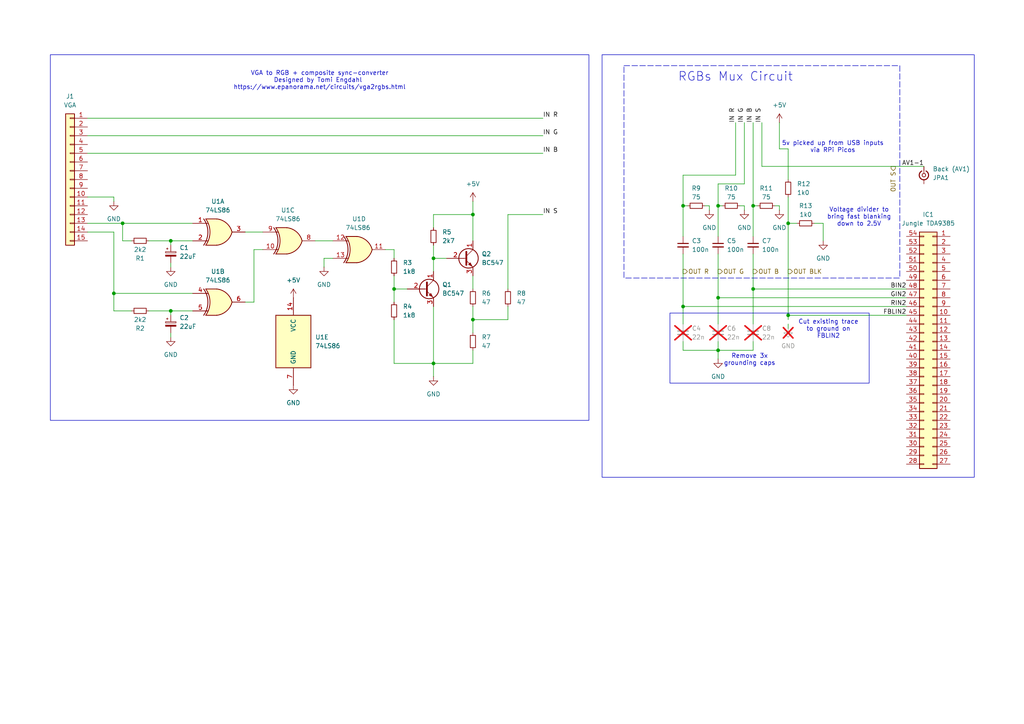
<source format=kicad_sch>
(kicad_sch
	(version 20231120)
	(generator "eeschema")
	(generator_version "8.0")
	(uuid "064eb266-ae72-4175-ac21-baae1115fa99")
	(paper "A4")
	(lib_symbols
		(symbol "74xx:74LS86"
			(pin_names
				(offset 1.016)
			)
			(exclude_from_sim no)
			(in_bom yes)
			(on_board yes)
			(property "Reference" "U"
				(at 0 1.27 0)
				(effects
					(font
						(size 1.27 1.27)
					)
				)
			)
			(property "Value" "74LS86"
				(at 0 -1.27 0)
				(effects
					(font
						(size 1.27 1.27)
					)
				)
			)
			(property "Footprint" ""
				(at 0 0 0)
				(effects
					(font
						(size 1.27 1.27)
					)
					(hide yes)
				)
			)
			(property "Datasheet" "74xx/74ls86.pdf"
				(at 0 0 0)
				(effects
					(font
						(size 1.27 1.27)
					)
					(hide yes)
				)
			)
			(property "Description" "Quad 2-input XOR"
				(at 0 0 0)
				(effects
					(font
						(size 1.27 1.27)
					)
					(hide yes)
				)
			)
			(property "ki_locked" ""
				(at 0 0 0)
				(effects
					(font
						(size 1.27 1.27)
					)
				)
			)
			(property "ki_keywords" "TTL XOR2"
				(at 0 0 0)
				(effects
					(font
						(size 1.27 1.27)
					)
					(hide yes)
				)
			)
			(property "ki_fp_filters" "DIP*W7.62mm*"
				(at 0 0 0)
				(effects
					(font
						(size 1.27 1.27)
					)
					(hide yes)
				)
			)
			(symbol "74LS86_1_0"
				(arc
					(start -4.4196 -3.81)
					(mid -3.2033 0)
					(end -4.4196 3.81)
					(stroke
						(width 0.254)
						(type default)
					)
					(fill
						(type none)
					)
				)
				(arc
					(start -3.81 -3.81)
					(mid -2.589 0)
					(end -3.81 3.81)
					(stroke
						(width 0.254)
						(type default)
					)
					(fill
						(type none)
					)
				)
				(arc
					(start -0.6096 -3.81)
					(mid 2.1842 -2.5851)
					(end 3.81 0)
					(stroke
						(width 0.254)
						(type default)
					)
					(fill
						(type background)
					)
				)
				(polyline
					(pts
						(xy -3.81 -3.81) (xy -0.635 -3.81)
					)
					(stroke
						(width 0.254)
						(type default)
					)
					(fill
						(type background)
					)
				)
				(polyline
					(pts
						(xy -3.81 3.81) (xy -0.635 3.81)
					)
					(stroke
						(width 0.254)
						(type default)
					)
					(fill
						(type background)
					)
				)
				(polyline
					(pts
						(xy -0.635 3.81) (xy -3.81 3.81) (xy -3.81 3.81) (xy -3.556 3.4036) (xy -3.0226 2.2606) (xy -2.6924 1.0414)
						(xy -2.6162 -0.254) (xy -2.7686 -1.4986) (xy -3.175 -2.7178) (xy -3.81 -3.81) (xy -3.81 -3.81)
						(xy -0.635 -3.81)
					)
					(stroke
						(width -25.4)
						(type default)
					)
					(fill
						(type background)
					)
				)
				(arc
					(start 3.81 0)
					(mid 2.1915 2.5936)
					(end -0.6096 3.81)
					(stroke
						(width 0.254)
						(type default)
					)
					(fill
						(type background)
					)
				)
				(pin input line
					(at -7.62 2.54 0)
					(length 4.445)
					(name "~"
						(effects
							(font
								(size 1.27 1.27)
							)
						)
					)
					(number "1"
						(effects
							(font
								(size 1.27 1.27)
							)
						)
					)
				)
				(pin input line
					(at -7.62 -2.54 0)
					(length 4.445)
					(name "~"
						(effects
							(font
								(size 1.27 1.27)
							)
						)
					)
					(number "2"
						(effects
							(font
								(size 1.27 1.27)
							)
						)
					)
				)
				(pin output line
					(at 7.62 0 180)
					(length 3.81)
					(name "~"
						(effects
							(font
								(size 1.27 1.27)
							)
						)
					)
					(number "3"
						(effects
							(font
								(size 1.27 1.27)
							)
						)
					)
				)
			)
			(symbol "74LS86_1_1"
				(polyline
					(pts
						(xy -3.81 -2.54) (xy -3.175 -2.54)
					)
					(stroke
						(width 0.1524)
						(type default)
					)
					(fill
						(type none)
					)
				)
				(polyline
					(pts
						(xy -3.81 2.54) (xy -3.175 2.54)
					)
					(stroke
						(width 0.1524)
						(type default)
					)
					(fill
						(type none)
					)
				)
			)
			(symbol "74LS86_2_0"
				(arc
					(start -4.4196 -3.81)
					(mid -3.2033 0)
					(end -4.4196 3.81)
					(stroke
						(width 0.254)
						(type default)
					)
					(fill
						(type none)
					)
				)
				(arc
					(start -3.81 -3.81)
					(mid -2.589 0)
					(end -3.81 3.81)
					(stroke
						(width 0.254)
						(type default)
					)
					(fill
						(type none)
					)
				)
				(arc
					(start -0.6096 -3.81)
					(mid 2.1842 -2.5851)
					(end 3.81 0)
					(stroke
						(width 0.254)
						(type default)
					)
					(fill
						(type background)
					)
				)
				(polyline
					(pts
						(xy -3.81 -3.81) (xy -0.635 -3.81)
					)
					(stroke
						(width 0.254)
						(type default)
					)
					(fill
						(type background)
					)
				)
				(polyline
					(pts
						(xy -3.81 3.81) (xy -0.635 3.81)
					)
					(stroke
						(width 0.254)
						(type default)
					)
					(fill
						(type background)
					)
				)
				(polyline
					(pts
						(xy -0.635 3.81) (xy -3.81 3.81) (xy -3.81 3.81) (xy -3.556 3.4036) (xy -3.0226 2.2606) (xy -2.6924 1.0414)
						(xy -2.6162 -0.254) (xy -2.7686 -1.4986) (xy -3.175 -2.7178) (xy -3.81 -3.81) (xy -3.81 -3.81)
						(xy -0.635 -3.81)
					)
					(stroke
						(width -25.4)
						(type default)
					)
					(fill
						(type background)
					)
				)
				(arc
					(start 3.81 0)
					(mid 2.1915 2.5936)
					(end -0.6096 3.81)
					(stroke
						(width 0.254)
						(type default)
					)
					(fill
						(type background)
					)
				)
				(pin input line
					(at -7.62 2.54 0)
					(length 4.445)
					(name "~"
						(effects
							(font
								(size 1.27 1.27)
							)
						)
					)
					(number "4"
						(effects
							(font
								(size 1.27 1.27)
							)
						)
					)
				)
				(pin input line
					(at -7.62 -2.54 0)
					(length 4.445)
					(name "~"
						(effects
							(font
								(size 1.27 1.27)
							)
						)
					)
					(number "5"
						(effects
							(font
								(size 1.27 1.27)
							)
						)
					)
				)
				(pin output line
					(at 7.62 0 180)
					(length 3.81)
					(name "~"
						(effects
							(font
								(size 1.27 1.27)
							)
						)
					)
					(number "6"
						(effects
							(font
								(size 1.27 1.27)
							)
						)
					)
				)
			)
			(symbol "74LS86_2_1"
				(polyline
					(pts
						(xy -3.81 -2.54) (xy -3.175 -2.54)
					)
					(stroke
						(width 0.1524)
						(type default)
					)
					(fill
						(type none)
					)
				)
				(polyline
					(pts
						(xy -3.81 2.54) (xy -3.175 2.54)
					)
					(stroke
						(width 0.1524)
						(type default)
					)
					(fill
						(type none)
					)
				)
			)
			(symbol "74LS86_3_0"
				(arc
					(start -4.4196 -3.81)
					(mid -3.2033 0)
					(end -4.4196 3.81)
					(stroke
						(width 0.254)
						(type default)
					)
					(fill
						(type none)
					)
				)
				(arc
					(start -3.81 -3.81)
					(mid -2.589 0)
					(end -3.81 3.81)
					(stroke
						(width 0.254)
						(type default)
					)
					(fill
						(type none)
					)
				)
				(arc
					(start -0.6096 -3.81)
					(mid 2.1842 -2.5851)
					(end 3.81 0)
					(stroke
						(width 0.254)
						(type default)
					)
					(fill
						(type background)
					)
				)
				(polyline
					(pts
						(xy -3.81 -3.81) (xy -0.635 -3.81)
					)
					(stroke
						(width 0.254)
						(type default)
					)
					(fill
						(type background)
					)
				)
				(polyline
					(pts
						(xy -3.81 3.81) (xy -0.635 3.81)
					)
					(stroke
						(width 0.254)
						(type default)
					)
					(fill
						(type background)
					)
				)
				(polyline
					(pts
						(xy -0.635 3.81) (xy -3.81 3.81) (xy -3.81 3.81) (xy -3.556 3.4036) (xy -3.0226 2.2606) (xy -2.6924 1.0414)
						(xy -2.6162 -0.254) (xy -2.7686 -1.4986) (xy -3.175 -2.7178) (xy -3.81 -3.81) (xy -3.81 -3.81)
						(xy -0.635 -3.81)
					)
					(stroke
						(width -25.4)
						(type default)
					)
					(fill
						(type background)
					)
				)
				(arc
					(start 3.81 0)
					(mid 2.1915 2.5936)
					(end -0.6096 3.81)
					(stroke
						(width 0.254)
						(type default)
					)
					(fill
						(type background)
					)
				)
				(pin input line
					(at -7.62 -2.54 0)
					(length 4.445)
					(name "~"
						(effects
							(font
								(size 1.27 1.27)
							)
						)
					)
					(number "10"
						(effects
							(font
								(size 1.27 1.27)
							)
						)
					)
				)
				(pin output line
					(at 7.62 0 180)
					(length 3.81)
					(name "~"
						(effects
							(font
								(size 1.27 1.27)
							)
						)
					)
					(number "8"
						(effects
							(font
								(size 1.27 1.27)
							)
						)
					)
				)
				(pin input line
					(at -7.62 2.54 0)
					(length 4.445)
					(name "~"
						(effects
							(font
								(size 1.27 1.27)
							)
						)
					)
					(number "9"
						(effects
							(font
								(size 1.27 1.27)
							)
						)
					)
				)
			)
			(symbol "74LS86_3_1"
				(polyline
					(pts
						(xy -3.81 -2.54) (xy -3.175 -2.54)
					)
					(stroke
						(width 0.1524)
						(type default)
					)
					(fill
						(type none)
					)
				)
				(polyline
					(pts
						(xy -3.81 2.54) (xy -3.175 2.54)
					)
					(stroke
						(width 0.1524)
						(type default)
					)
					(fill
						(type none)
					)
				)
			)
			(symbol "74LS86_4_0"
				(arc
					(start -4.4196 -3.81)
					(mid -3.2033 0)
					(end -4.4196 3.81)
					(stroke
						(width 0.254)
						(type default)
					)
					(fill
						(type none)
					)
				)
				(arc
					(start -3.81 -3.81)
					(mid -2.589 0)
					(end -3.81 3.81)
					(stroke
						(width 0.254)
						(type default)
					)
					(fill
						(type none)
					)
				)
				(arc
					(start -0.6096 -3.81)
					(mid 2.1842 -2.5851)
					(end 3.81 0)
					(stroke
						(width 0.254)
						(type default)
					)
					(fill
						(type background)
					)
				)
				(polyline
					(pts
						(xy -3.81 -3.81) (xy -0.635 -3.81)
					)
					(stroke
						(width 0.254)
						(type default)
					)
					(fill
						(type background)
					)
				)
				(polyline
					(pts
						(xy -3.81 3.81) (xy -0.635 3.81)
					)
					(stroke
						(width 0.254)
						(type default)
					)
					(fill
						(type background)
					)
				)
				(polyline
					(pts
						(xy -0.635 3.81) (xy -3.81 3.81) (xy -3.81 3.81) (xy -3.556 3.4036) (xy -3.0226 2.2606) (xy -2.6924 1.0414)
						(xy -2.6162 -0.254) (xy -2.7686 -1.4986) (xy -3.175 -2.7178) (xy -3.81 -3.81) (xy -3.81 -3.81)
						(xy -0.635 -3.81)
					)
					(stroke
						(width -25.4)
						(type default)
					)
					(fill
						(type background)
					)
				)
				(arc
					(start 3.81 0)
					(mid 2.1915 2.5936)
					(end -0.6096 3.81)
					(stroke
						(width 0.254)
						(type default)
					)
					(fill
						(type background)
					)
				)
				(pin output line
					(at 7.62 0 180)
					(length 3.81)
					(name "~"
						(effects
							(font
								(size 1.27 1.27)
							)
						)
					)
					(number "11"
						(effects
							(font
								(size 1.27 1.27)
							)
						)
					)
				)
				(pin input line
					(at -7.62 2.54 0)
					(length 4.445)
					(name "~"
						(effects
							(font
								(size 1.27 1.27)
							)
						)
					)
					(number "12"
						(effects
							(font
								(size 1.27 1.27)
							)
						)
					)
				)
				(pin input line
					(at -7.62 -2.54 0)
					(length 4.445)
					(name "~"
						(effects
							(font
								(size 1.27 1.27)
							)
						)
					)
					(number "13"
						(effects
							(font
								(size 1.27 1.27)
							)
						)
					)
				)
			)
			(symbol "74LS86_4_1"
				(polyline
					(pts
						(xy -3.81 -2.54) (xy -3.175 -2.54)
					)
					(stroke
						(width 0.1524)
						(type default)
					)
					(fill
						(type none)
					)
				)
				(polyline
					(pts
						(xy -3.81 2.54) (xy -3.175 2.54)
					)
					(stroke
						(width 0.1524)
						(type default)
					)
					(fill
						(type none)
					)
				)
			)
			(symbol "74LS86_5_0"
				(pin power_in line
					(at 0 12.7 270)
					(length 5.08)
					(name "VCC"
						(effects
							(font
								(size 1.27 1.27)
							)
						)
					)
					(number "14"
						(effects
							(font
								(size 1.27 1.27)
							)
						)
					)
				)
				(pin power_in line
					(at 0 -12.7 90)
					(length 5.08)
					(name "GND"
						(effects
							(font
								(size 1.27 1.27)
							)
						)
					)
					(number "7"
						(effects
							(font
								(size 1.27 1.27)
							)
						)
					)
				)
			)
			(symbol "74LS86_5_1"
				(rectangle
					(start -5.08 7.62)
					(end 5.08 -7.62)
					(stroke
						(width 0.254)
						(type default)
					)
					(fill
						(type background)
					)
				)
			)
		)
		(symbol "Connector:Conn_Coaxial_Small"
			(pin_numbers hide)
			(pin_names
				(offset 1.016) hide)
			(exclude_from_sim no)
			(in_bom yes)
			(on_board yes)
			(property "Reference" "J"
				(at 0.254 3.048 0)
				(effects
					(font
						(size 1.27 1.27)
					)
				)
			)
			(property "Value" "Conn_Coaxial_Small"
				(at 0 -3.81 0)
				(effects
					(font
						(size 1.27 1.27)
					)
				)
			)
			(property "Footprint" ""
				(at 0 0 0)
				(effects
					(font
						(size 1.27 1.27)
					)
					(hide yes)
				)
			)
			(property "Datasheet" " ~"
				(at 0 0 0)
				(effects
					(font
						(size 1.27 1.27)
					)
					(hide yes)
				)
			)
			(property "Description" "small coaxial connector (BNC, SMA, SMB, SMC, Cinch/RCA, LEMO, ...)"
				(at 0 0 0)
				(effects
					(font
						(size 1.27 1.27)
					)
					(hide yes)
				)
			)
			(property "ki_keywords" "BNC SMA SMB SMC LEMO coaxial connector CINCH RCA MCX MMCX U.FL UMRF"
				(at 0 0 0)
				(effects
					(font
						(size 1.27 1.27)
					)
					(hide yes)
				)
			)
			(property "ki_fp_filters" "*BNC* *SMA* *SMB* *SMC* *Cinch* *LEMO* *UMRF* *MCX* *U.FL*"
				(at 0 0 0)
				(effects
					(font
						(size 1.27 1.27)
					)
					(hide yes)
				)
			)
			(symbol "Conn_Coaxial_Small_0_1"
				(polyline
					(pts
						(xy -2.54 0) (xy -0.508 0)
					)
					(stroke
						(width 0)
						(type default)
					)
					(fill
						(type none)
					)
				)
				(circle
					(center 0 0)
					(radius 0.508)
					(stroke
						(width 0.2032)
						(type default)
					)
					(fill
						(type none)
					)
				)
			)
			(symbol "Conn_Coaxial_Small_1_1"
				(arc
					(start -1.1916 -0.6311)
					(mid 0.327 -1.3081)
					(end 1.3484 0.0039)
					(stroke
						(width 0.3048)
						(type default)
					)
					(fill
						(type none)
					)
				)
				(arc
					(start 1.3484 -0.0039)
					(mid 0.327 1.3081)
					(end -1.1916 0.6311)
					(stroke
						(width 0.3048)
						(type default)
					)
					(fill
						(type none)
					)
				)
				(pin passive line
					(at -2.54 0 0)
					(length 1.27)
					(name "In"
						(effects
							(font
								(size 1.27 1.27)
							)
						)
					)
					(number "1"
						(effects
							(font
								(size 1.27 1.27)
							)
						)
					)
				)
				(pin passive line
					(at 2.54 0 180)
					(length 1.27)
					(name "Ext"
						(effects
							(font
								(size 1.27 1.27)
							)
						)
					)
					(number "2"
						(effects
							(font
								(size 1.27 1.27)
							)
						)
					)
				)
			)
		)
		(symbol "Connector_Generic:Conn_01x15"
			(pin_names
				(offset 1.016) hide)
			(exclude_from_sim no)
			(in_bom yes)
			(on_board yes)
			(property "Reference" "J"
				(at 0 20.32 0)
				(effects
					(font
						(size 1.27 1.27)
					)
				)
			)
			(property "Value" "Conn_01x15"
				(at 0 -20.32 0)
				(effects
					(font
						(size 1.27 1.27)
					)
				)
			)
			(property "Footprint" ""
				(at 0 0 0)
				(effects
					(font
						(size 1.27 1.27)
					)
					(hide yes)
				)
			)
			(property "Datasheet" "~"
				(at 0 0 0)
				(effects
					(font
						(size 1.27 1.27)
					)
					(hide yes)
				)
			)
			(property "Description" "Generic connector, single row, 01x15, script generated (kicad-library-utils/schlib/autogen/connector/)"
				(at 0 0 0)
				(effects
					(font
						(size 1.27 1.27)
					)
					(hide yes)
				)
			)
			(property "ki_keywords" "connector"
				(at 0 0 0)
				(effects
					(font
						(size 1.27 1.27)
					)
					(hide yes)
				)
			)
			(property "ki_fp_filters" "Connector*:*_1x??_*"
				(at 0 0 0)
				(effects
					(font
						(size 1.27 1.27)
					)
					(hide yes)
				)
			)
			(symbol "Conn_01x15_1_1"
				(rectangle
					(start -1.27 -17.653)
					(end 0 -17.907)
					(stroke
						(width 0.1524)
						(type default)
					)
					(fill
						(type none)
					)
				)
				(rectangle
					(start -1.27 -15.113)
					(end 0 -15.367)
					(stroke
						(width 0.1524)
						(type default)
					)
					(fill
						(type none)
					)
				)
				(rectangle
					(start -1.27 -12.573)
					(end 0 -12.827)
					(stroke
						(width 0.1524)
						(type default)
					)
					(fill
						(type none)
					)
				)
				(rectangle
					(start -1.27 -10.033)
					(end 0 -10.287)
					(stroke
						(width 0.1524)
						(type default)
					)
					(fill
						(type none)
					)
				)
				(rectangle
					(start -1.27 -7.493)
					(end 0 -7.747)
					(stroke
						(width 0.1524)
						(type default)
					)
					(fill
						(type none)
					)
				)
				(rectangle
					(start -1.27 -4.953)
					(end 0 -5.207)
					(stroke
						(width 0.1524)
						(type default)
					)
					(fill
						(type none)
					)
				)
				(rectangle
					(start -1.27 -2.413)
					(end 0 -2.667)
					(stroke
						(width 0.1524)
						(type default)
					)
					(fill
						(type none)
					)
				)
				(rectangle
					(start -1.27 0.127)
					(end 0 -0.127)
					(stroke
						(width 0.1524)
						(type default)
					)
					(fill
						(type none)
					)
				)
				(rectangle
					(start -1.27 2.667)
					(end 0 2.413)
					(stroke
						(width 0.1524)
						(type default)
					)
					(fill
						(type none)
					)
				)
				(rectangle
					(start -1.27 5.207)
					(end 0 4.953)
					(stroke
						(width 0.1524)
						(type default)
					)
					(fill
						(type none)
					)
				)
				(rectangle
					(start -1.27 7.747)
					(end 0 7.493)
					(stroke
						(width 0.1524)
						(type default)
					)
					(fill
						(type none)
					)
				)
				(rectangle
					(start -1.27 10.287)
					(end 0 10.033)
					(stroke
						(width 0.1524)
						(type default)
					)
					(fill
						(type none)
					)
				)
				(rectangle
					(start -1.27 12.827)
					(end 0 12.573)
					(stroke
						(width 0.1524)
						(type default)
					)
					(fill
						(type none)
					)
				)
				(rectangle
					(start -1.27 15.367)
					(end 0 15.113)
					(stroke
						(width 0.1524)
						(type default)
					)
					(fill
						(type none)
					)
				)
				(rectangle
					(start -1.27 17.907)
					(end 0 17.653)
					(stroke
						(width 0.1524)
						(type default)
					)
					(fill
						(type none)
					)
				)
				(rectangle
					(start -1.27 19.05)
					(end 1.27 -19.05)
					(stroke
						(width 0.254)
						(type default)
					)
					(fill
						(type background)
					)
				)
				(pin passive line
					(at -5.08 17.78 0)
					(length 3.81)
					(name "Pin_1"
						(effects
							(font
								(size 1.27 1.27)
							)
						)
					)
					(number "1"
						(effects
							(font
								(size 1.27 1.27)
							)
						)
					)
				)
				(pin passive line
					(at -5.08 -5.08 0)
					(length 3.81)
					(name "Pin_10"
						(effects
							(font
								(size 1.27 1.27)
							)
						)
					)
					(number "10"
						(effects
							(font
								(size 1.27 1.27)
							)
						)
					)
				)
				(pin passive line
					(at -5.08 -7.62 0)
					(length 3.81)
					(name "Pin_11"
						(effects
							(font
								(size 1.27 1.27)
							)
						)
					)
					(number "11"
						(effects
							(font
								(size 1.27 1.27)
							)
						)
					)
				)
				(pin passive line
					(at -5.08 -10.16 0)
					(length 3.81)
					(name "Pin_12"
						(effects
							(font
								(size 1.27 1.27)
							)
						)
					)
					(number "12"
						(effects
							(font
								(size 1.27 1.27)
							)
						)
					)
				)
				(pin passive line
					(at -5.08 -12.7 0)
					(length 3.81)
					(name "Pin_13"
						(effects
							(font
								(size 1.27 1.27)
							)
						)
					)
					(number "13"
						(effects
							(font
								(size 1.27 1.27)
							)
						)
					)
				)
				(pin passive line
					(at -5.08 -15.24 0)
					(length 3.81)
					(name "Pin_14"
						(effects
							(font
								(size 1.27 1.27)
							)
						)
					)
					(number "14"
						(effects
							(font
								(size 1.27 1.27)
							)
						)
					)
				)
				(pin passive line
					(at -5.08 -17.78 0)
					(length 3.81)
					(name "Pin_15"
						(effects
							(font
								(size 1.27 1.27)
							)
						)
					)
					(number "15"
						(effects
							(font
								(size 1.27 1.27)
							)
						)
					)
				)
				(pin passive line
					(at -5.08 15.24 0)
					(length 3.81)
					(name "Pin_2"
						(effects
							(font
								(size 1.27 1.27)
							)
						)
					)
					(number "2"
						(effects
							(font
								(size 1.27 1.27)
							)
						)
					)
				)
				(pin passive line
					(at -5.08 12.7 0)
					(length 3.81)
					(name "Pin_3"
						(effects
							(font
								(size 1.27 1.27)
							)
						)
					)
					(number "3"
						(effects
							(font
								(size 1.27 1.27)
							)
						)
					)
				)
				(pin passive line
					(at -5.08 10.16 0)
					(length 3.81)
					(name "Pin_4"
						(effects
							(font
								(size 1.27 1.27)
							)
						)
					)
					(number "4"
						(effects
							(font
								(size 1.27 1.27)
							)
						)
					)
				)
				(pin passive line
					(at -5.08 7.62 0)
					(length 3.81)
					(name "Pin_5"
						(effects
							(font
								(size 1.27 1.27)
							)
						)
					)
					(number "5"
						(effects
							(font
								(size 1.27 1.27)
							)
						)
					)
				)
				(pin passive line
					(at -5.08 5.08 0)
					(length 3.81)
					(name "Pin_6"
						(effects
							(font
								(size 1.27 1.27)
							)
						)
					)
					(number "6"
						(effects
							(font
								(size 1.27 1.27)
							)
						)
					)
				)
				(pin passive line
					(at -5.08 2.54 0)
					(length 3.81)
					(name "Pin_7"
						(effects
							(font
								(size 1.27 1.27)
							)
						)
					)
					(number "7"
						(effects
							(font
								(size 1.27 1.27)
							)
						)
					)
				)
				(pin passive line
					(at -5.08 0 0)
					(length 3.81)
					(name "Pin_8"
						(effects
							(font
								(size 1.27 1.27)
							)
						)
					)
					(number "8"
						(effects
							(font
								(size 1.27 1.27)
							)
						)
					)
				)
				(pin passive line
					(at -5.08 -2.54 0)
					(length 3.81)
					(name "Pin_9"
						(effects
							(font
								(size 1.27 1.27)
							)
						)
					)
					(number "9"
						(effects
							(font
								(size 1.27 1.27)
							)
						)
					)
				)
			)
		)
		(symbol "Connector_Generic:Conn_02x27_Counter_Clockwise"
			(pin_names
				(offset 1.016) hide)
			(exclude_from_sim no)
			(in_bom yes)
			(on_board yes)
			(property "Reference" "J"
				(at 1.27 35.56 0)
				(effects
					(font
						(size 1.27 1.27)
					)
				)
			)
			(property "Value" "Conn_02x27_Counter_Clockwise"
				(at 1.27 -35.56 0)
				(effects
					(font
						(size 1.27 1.27)
					)
				)
			)
			(property "Footprint" ""
				(at 0 0 0)
				(effects
					(font
						(size 1.27 1.27)
					)
					(hide yes)
				)
			)
			(property "Datasheet" "~"
				(at 0 0 0)
				(effects
					(font
						(size 1.27 1.27)
					)
					(hide yes)
				)
			)
			(property "Description" "Generic connector, double row, 02x27, counter clockwise pin numbering scheme (similar to DIP package numbering), script generated (kicad-library-utils/schlib/autogen/connector/)"
				(at 0 0 0)
				(effects
					(font
						(size 1.27 1.27)
					)
					(hide yes)
				)
			)
			(property "ki_keywords" "connector"
				(at 0 0 0)
				(effects
					(font
						(size 1.27 1.27)
					)
					(hide yes)
				)
			)
			(property "ki_fp_filters" "Connector*:*_2x??_*"
				(at 0 0 0)
				(effects
					(font
						(size 1.27 1.27)
					)
					(hide yes)
				)
			)
			(symbol "Conn_02x27_Counter_Clockwise_1_1"
				(rectangle
					(start -1.27 -32.893)
					(end 0 -33.147)
					(stroke
						(width 0.1524)
						(type default)
					)
					(fill
						(type none)
					)
				)
				(rectangle
					(start -1.27 -30.353)
					(end 0 -30.607)
					(stroke
						(width 0.1524)
						(type default)
					)
					(fill
						(type none)
					)
				)
				(rectangle
					(start -1.27 -27.813)
					(end 0 -28.067)
					(stroke
						(width 0.1524)
						(type default)
					)
					(fill
						(type none)
					)
				)
				(rectangle
					(start -1.27 -25.273)
					(end 0 -25.527)
					(stroke
						(width 0.1524)
						(type default)
					)
					(fill
						(type none)
					)
				)
				(rectangle
					(start -1.27 -22.733)
					(end 0 -22.987)
					(stroke
						(width 0.1524)
						(type default)
					)
					(fill
						(type none)
					)
				)
				(rectangle
					(start -1.27 -20.193)
					(end 0 -20.447)
					(stroke
						(width 0.1524)
						(type default)
					)
					(fill
						(type none)
					)
				)
				(rectangle
					(start -1.27 -17.653)
					(end 0 -17.907)
					(stroke
						(width 0.1524)
						(type default)
					)
					(fill
						(type none)
					)
				)
				(rectangle
					(start -1.27 -15.113)
					(end 0 -15.367)
					(stroke
						(width 0.1524)
						(type default)
					)
					(fill
						(type none)
					)
				)
				(rectangle
					(start -1.27 -12.573)
					(end 0 -12.827)
					(stroke
						(width 0.1524)
						(type default)
					)
					(fill
						(type none)
					)
				)
				(rectangle
					(start -1.27 -10.033)
					(end 0 -10.287)
					(stroke
						(width 0.1524)
						(type default)
					)
					(fill
						(type none)
					)
				)
				(rectangle
					(start -1.27 -7.493)
					(end 0 -7.747)
					(stroke
						(width 0.1524)
						(type default)
					)
					(fill
						(type none)
					)
				)
				(rectangle
					(start -1.27 -4.953)
					(end 0 -5.207)
					(stroke
						(width 0.1524)
						(type default)
					)
					(fill
						(type none)
					)
				)
				(rectangle
					(start -1.27 -2.413)
					(end 0 -2.667)
					(stroke
						(width 0.1524)
						(type default)
					)
					(fill
						(type none)
					)
				)
				(rectangle
					(start -1.27 0.127)
					(end 0 -0.127)
					(stroke
						(width 0.1524)
						(type default)
					)
					(fill
						(type none)
					)
				)
				(rectangle
					(start -1.27 2.667)
					(end 0 2.413)
					(stroke
						(width 0.1524)
						(type default)
					)
					(fill
						(type none)
					)
				)
				(rectangle
					(start -1.27 5.207)
					(end 0 4.953)
					(stroke
						(width 0.1524)
						(type default)
					)
					(fill
						(type none)
					)
				)
				(rectangle
					(start -1.27 7.747)
					(end 0 7.493)
					(stroke
						(width 0.1524)
						(type default)
					)
					(fill
						(type none)
					)
				)
				(rectangle
					(start -1.27 10.287)
					(end 0 10.033)
					(stroke
						(width 0.1524)
						(type default)
					)
					(fill
						(type none)
					)
				)
				(rectangle
					(start -1.27 12.827)
					(end 0 12.573)
					(stroke
						(width 0.1524)
						(type default)
					)
					(fill
						(type none)
					)
				)
				(rectangle
					(start -1.27 15.367)
					(end 0 15.113)
					(stroke
						(width 0.1524)
						(type default)
					)
					(fill
						(type none)
					)
				)
				(rectangle
					(start -1.27 17.907)
					(end 0 17.653)
					(stroke
						(width 0.1524)
						(type default)
					)
					(fill
						(type none)
					)
				)
				(rectangle
					(start -1.27 20.447)
					(end 0 20.193)
					(stroke
						(width 0.1524)
						(type default)
					)
					(fill
						(type none)
					)
				)
				(rectangle
					(start -1.27 22.987)
					(end 0 22.733)
					(stroke
						(width 0.1524)
						(type default)
					)
					(fill
						(type none)
					)
				)
				(rectangle
					(start -1.27 25.527)
					(end 0 25.273)
					(stroke
						(width 0.1524)
						(type default)
					)
					(fill
						(type none)
					)
				)
				(rectangle
					(start -1.27 28.067)
					(end 0 27.813)
					(stroke
						(width 0.1524)
						(type default)
					)
					(fill
						(type none)
					)
				)
				(rectangle
					(start -1.27 30.607)
					(end 0 30.353)
					(stroke
						(width 0.1524)
						(type default)
					)
					(fill
						(type none)
					)
				)
				(rectangle
					(start -1.27 33.147)
					(end 0 32.893)
					(stroke
						(width 0.1524)
						(type default)
					)
					(fill
						(type none)
					)
				)
				(rectangle
					(start -1.27 34.29)
					(end 3.81 -34.29)
					(stroke
						(width 0.254)
						(type default)
					)
					(fill
						(type background)
					)
				)
				(rectangle
					(start 3.81 -32.893)
					(end 2.54 -33.147)
					(stroke
						(width 0.1524)
						(type default)
					)
					(fill
						(type none)
					)
				)
				(rectangle
					(start 3.81 -30.353)
					(end 2.54 -30.607)
					(stroke
						(width 0.1524)
						(type default)
					)
					(fill
						(type none)
					)
				)
				(rectangle
					(start 3.81 -27.813)
					(end 2.54 -28.067)
					(stroke
						(width 0.1524)
						(type default)
					)
					(fill
						(type none)
					)
				)
				(rectangle
					(start 3.81 -25.273)
					(end 2.54 -25.527)
					(stroke
						(width 0.1524)
						(type default)
					)
					(fill
						(type none)
					)
				)
				(rectangle
					(start 3.81 -22.733)
					(end 2.54 -22.987)
					(stroke
						(width 0.1524)
						(type default)
					)
					(fill
						(type none)
					)
				)
				(rectangle
					(start 3.81 -20.193)
					(end 2.54 -20.447)
					(stroke
						(width 0.1524)
						(type default)
					)
					(fill
						(type none)
					)
				)
				(rectangle
					(start 3.81 -17.653)
					(end 2.54 -17.907)
					(stroke
						(width 0.1524)
						(type default)
					)
					(fill
						(type none)
					)
				)
				(rectangle
					(start 3.81 -15.113)
					(end 2.54 -15.367)
					(stroke
						(width 0.1524)
						(type default)
					)
					(fill
						(type none)
					)
				)
				(rectangle
					(start 3.81 -12.573)
					(end 2.54 -12.827)
					(stroke
						(width 0.1524)
						(type default)
					)
					(fill
						(type none)
					)
				)
				(rectangle
					(start 3.81 -10.033)
					(end 2.54 -10.287)
					(stroke
						(width 0.1524)
						(type default)
					)
					(fill
						(type none)
					)
				)
				(rectangle
					(start 3.81 -7.493)
					(end 2.54 -7.747)
					(stroke
						(width 0.1524)
						(type default)
					)
					(fill
						(type none)
					)
				)
				(rectangle
					(start 3.81 -4.953)
					(end 2.54 -5.207)
					(stroke
						(width 0.1524)
						(type default)
					)
					(fill
						(type none)
					)
				)
				(rectangle
					(start 3.81 -2.413)
					(end 2.54 -2.667)
					(stroke
						(width 0.1524)
						(type default)
					)
					(fill
						(type none)
					)
				)
				(rectangle
					(start 3.81 0.127)
					(end 2.54 -0.127)
					(stroke
						(width 0.1524)
						(type default)
					)
					(fill
						(type none)
					)
				)
				(rectangle
					(start 3.81 2.667)
					(end 2.54 2.413)
					(stroke
						(width 0.1524)
						(type default)
					)
					(fill
						(type none)
					)
				)
				(rectangle
					(start 3.81 5.207)
					(end 2.54 4.953)
					(stroke
						(width 0.1524)
						(type default)
					)
					(fill
						(type none)
					)
				)
				(rectangle
					(start 3.81 7.747)
					(end 2.54 7.493)
					(stroke
						(width 0.1524)
						(type default)
					)
					(fill
						(type none)
					)
				)
				(rectangle
					(start 3.81 10.287)
					(end 2.54 10.033)
					(stroke
						(width 0.1524)
						(type default)
					)
					(fill
						(type none)
					)
				)
				(rectangle
					(start 3.81 12.827)
					(end 2.54 12.573)
					(stroke
						(width 0.1524)
						(type default)
					)
					(fill
						(type none)
					)
				)
				(rectangle
					(start 3.81 15.367)
					(end 2.54 15.113)
					(stroke
						(width 0.1524)
						(type default)
					)
					(fill
						(type none)
					)
				)
				(rectangle
					(start 3.81 17.907)
					(end 2.54 17.653)
					(stroke
						(width 0.1524)
						(type default)
					)
					(fill
						(type none)
					)
				)
				(rectangle
					(start 3.81 20.447)
					(end 2.54 20.193)
					(stroke
						(width 0.1524)
						(type default)
					)
					(fill
						(type none)
					)
				)
				(rectangle
					(start 3.81 22.987)
					(end 2.54 22.733)
					(stroke
						(width 0.1524)
						(type default)
					)
					(fill
						(type none)
					)
				)
				(rectangle
					(start 3.81 25.527)
					(end 2.54 25.273)
					(stroke
						(width 0.1524)
						(type default)
					)
					(fill
						(type none)
					)
				)
				(rectangle
					(start 3.81 28.067)
					(end 2.54 27.813)
					(stroke
						(width 0.1524)
						(type default)
					)
					(fill
						(type none)
					)
				)
				(rectangle
					(start 3.81 30.607)
					(end 2.54 30.353)
					(stroke
						(width 0.1524)
						(type default)
					)
					(fill
						(type none)
					)
				)
				(rectangle
					(start 3.81 33.147)
					(end 2.54 32.893)
					(stroke
						(width 0.1524)
						(type default)
					)
					(fill
						(type none)
					)
				)
				(pin passive line
					(at -5.08 33.02 0)
					(length 3.81)
					(name "Pin_1"
						(effects
							(font
								(size 1.27 1.27)
							)
						)
					)
					(number "1"
						(effects
							(font
								(size 1.27 1.27)
							)
						)
					)
				)
				(pin passive line
					(at -5.08 10.16 0)
					(length 3.81)
					(name "Pin_10"
						(effects
							(font
								(size 1.27 1.27)
							)
						)
					)
					(number "10"
						(effects
							(font
								(size 1.27 1.27)
							)
						)
					)
				)
				(pin passive line
					(at -5.08 7.62 0)
					(length 3.81)
					(name "Pin_11"
						(effects
							(font
								(size 1.27 1.27)
							)
						)
					)
					(number "11"
						(effects
							(font
								(size 1.27 1.27)
							)
						)
					)
				)
				(pin passive line
					(at -5.08 5.08 0)
					(length 3.81)
					(name "Pin_12"
						(effects
							(font
								(size 1.27 1.27)
							)
						)
					)
					(number "12"
						(effects
							(font
								(size 1.27 1.27)
							)
						)
					)
				)
				(pin passive line
					(at -5.08 2.54 0)
					(length 3.81)
					(name "Pin_13"
						(effects
							(font
								(size 1.27 1.27)
							)
						)
					)
					(number "13"
						(effects
							(font
								(size 1.27 1.27)
							)
						)
					)
				)
				(pin passive line
					(at -5.08 0 0)
					(length 3.81)
					(name "Pin_14"
						(effects
							(font
								(size 1.27 1.27)
							)
						)
					)
					(number "14"
						(effects
							(font
								(size 1.27 1.27)
							)
						)
					)
				)
				(pin passive line
					(at -5.08 -2.54 0)
					(length 3.81)
					(name "Pin_15"
						(effects
							(font
								(size 1.27 1.27)
							)
						)
					)
					(number "15"
						(effects
							(font
								(size 1.27 1.27)
							)
						)
					)
				)
				(pin passive line
					(at -5.08 -5.08 0)
					(length 3.81)
					(name "Pin_16"
						(effects
							(font
								(size 1.27 1.27)
							)
						)
					)
					(number "16"
						(effects
							(font
								(size 1.27 1.27)
							)
						)
					)
				)
				(pin passive line
					(at -5.08 -7.62 0)
					(length 3.81)
					(name "Pin_17"
						(effects
							(font
								(size 1.27 1.27)
							)
						)
					)
					(number "17"
						(effects
							(font
								(size 1.27 1.27)
							)
						)
					)
				)
				(pin passive line
					(at -5.08 -10.16 0)
					(length 3.81)
					(name "Pin_18"
						(effects
							(font
								(size 1.27 1.27)
							)
						)
					)
					(number "18"
						(effects
							(font
								(size 1.27 1.27)
							)
						)
					)
				)
				(pin passive line
					(at -5.08 -12.7 0)
					(length 3.81)
					(name "Pin_19"
						(effects
							(font
								(size 1.27 1.27)
							)
						)
					)
					(number "19"
						(effects
							(font
								(size 1.27 1.27)
							)
						)
					)
				)
				(pin passive line
					(at -5.08 30.48 0)
					(length 3.81)
					(name "Pin_2"
						(effects
							(font
								(size 1.27 1.27)
							)
						)
					)
					(number "2"
						(effects
							(font
								(size 1.27 1.27)
							)
						)
					)
				)
				(pin passive line
					(at -5.08 -15.24 0)
					(length 3.81)
					(name "Pin_20"
						(effects
							(font
								(size 1.27 1.27)
							)
						)
					)
					(number "20"
						(effects
							(font
								(size 1.27 1.27)
							)
						)
					)
				)
				(pin passive line
					(at -5.08 -17.78 0)
					(length 3.81)
					(name "Pin_21"
						(effects
							(font
								(size 1.27 1.27)
							)
						)
					)
					(number "21"
						(effects
							(font
								(size 1.27 1.27)
							)
						)
					)
				)
				(pin passive line
					(at -5.08 -20.32 0)
					(length 3.81)
					(name "Pin_22"
						(effects
							(font
								(size 1.27 1.27)
							)
						)
					)
					(number "22"
						(effects
							(font
								(size 1.27 1.27)
							)
						)
					)
				)
				(pin passive line
					(at -5.08 -22.86 0)
					(length 3.81)
					(name "Pin_23"
						(effects
							(font
								(size 1.27 1.27)
							)
						)
					)
					(number "23"
						(effects
							(font
								(size 1.27 1.27)
							)
						)
					)
				)
				(pin passive line
					(at -5.08 -25.4 0)
					(length 3.81)
					(name "Pin_24"
						(effects
							(font
								(size 1.27 1.27)
							)
						)
					)
					(number "24"
						(effects
							(font
								(size 1.27 1.27)
							)
						)
					)
				)
				(pin passive line
					(at -5.08 -27.94 0)
					(length 3.81)
					(name "Pin_25"
						(effects
							(font
								(size 1.27 1.27)
							)
						)
					)
					(number "25"
						(effects
							(font
								(size 1.27 1.27)
							)
						)
					)
				)
				(pin passive line
					(at -5.08 -30.48 0)
					(length 3.81)
					(name "Pin_26"
						(effects
							(font
								(size 1.27 1.27)
							)
						)
					)
					(number "26"
						(effects
							(font
								(size 1.27 1.27)
							)
						)
					)
				)
				(pin passive line
					(at -5.08 -33.02 0)
					(length 3.81)
					(name "Pin_27"
						(effects
							(font
								(size 1.27 1.27)
							)
						)
					)
					(number "27"
						(effects
							(font
								(size 1.27 1.27)
							)
						)
					)
				)
				(pin passive line
					(at 7.62 -33.02 180)
					(length 3.81)
					(name "Pin_28"
						(effects
							(font
								(size 1.27 1.27)
							)
						)
					)
					(number "28"
						(effects
							(font
								(size 1.27 1.27)
							)
						)
					)
				)
				(pin passive line
					(at 7.62 -30.48 180)
					(length 3.81)
					(name "Pin_29"
						(effects
							(font
								(size 1.27 1.27)
							)
						)
					)
					(number "29"
						(effects
							(font
								(size 1.27 1.27)
							)
						)
					)
				)
				(pin passive line
					(at -5.08 27.94 0)
					(length 3.81)
					(name "Pin_3"
						(effects
							(font
								(size 1.27 1.27)
							)
						)
					)
					(number "3"
						(effects
							(font
								(size 1.27 1.27)
							)
						)
					)
				)
				(pin passive line
					(at 7.62 -27.94 180)
					(length 3.81)
					(name "Pin_30"
						(effects
							(font
								(size 1.27 1.27)
							)
						)
					)
					(number "30"
						(effects
							(font
								(size 1.27 1.27)
							)
						)
					)
				)
				(pin passive line
					(at 7.62 -25.4 180)
					(length 3.81)
					(name "Pin_31"
						(effects
							(font
								(size 1.27 1.27)
							)
						)
					)
					(number "31"
						(effects
							(font
								(size 1.27 1.27)
							)
						)
					)
				)
				(pin passive line
					(at 7.62 -22.86 180)
					(length 3.81)
					(name "Pin_32"
						(effects
							(font
								(size 1.27 1.27)
							)
						)
					)
					(number "32"
						(effects
							(font
								(size 1.27 1.27)
							)
						)
					)
				)
				(pin passive line
					(at 7.62 -20.32 180)
					(length 3.81)
					(name "Pin_33"
						(effects
							(font
								(size 1.27 1.27)
							)
						)
					)
					(number "33"
						(effects
							(font
								(size 1.27 1.27)
							)
						)
					)
				)
				(pin passive line
					(at 7.62 -17.78 180)
					(length 3.81)
					(name "Pin_34"
						(effects
							(font
								(size 1.27 1.27)
							)
						)
					)
					(number "34"
						(effects
							(font
								(size 1.27 1.27)
							)
						)
					)
				)
				(pin passive line
					(at 7.62 -15.24 180)
					(length 3.81)
					(name "Pin_35"
						(effects
							(font
								(size 1.27 1.27)
							)
						)
					)
					(number "35"
						(effects
							(font
								(size 1.27 1.27)
							)
						)
					)
				)
				(pin passive line
					(at 7.62 -12.7 180)
					(length 3.81)
					(name "Pin_36"
						(effects
							(font
								(size 1.27 1.27)
							)
						)
					)
					(number "36"
						(effects
							(font
								(size 1.27 1.27)
							)
						)
					)
				)
				(pin passive line
					(at 7.62 -10.16 180)
					(length 3.81)
					(name "Pin_37"
						(effects
							(font
								(size 1.27 1.27)
							)
						)
					)
					(number "37"
						(effects
							(font
								(size 1.27 1.27)
							)
						)
					)
				)
				(pin passive line
					(at 7.62 -7.62 180)
					(length 3.81)
					(name "Pin_38"
						(effects
							(font
								(size 1.27 1.27)
							)
						)
					)
					(number "38"
						(effects
							(font
								(size 1.27 1.27)
							)
						)
					)
				)
				(pin passive line
					(at 7.62 -5.08 180)
					(length 3.81)
					(name "Pin_39"
						(effects
							(font
								(size 1.27 1.27)
							)
						)
					)
					(number "39"
						(effects
							(font
								(size 1.27 1.27)
							)
						)
					)
				)
				(pin passive line
					(at -5.08 25.4 0)
					(length 3.81)
					(name "Pin_4"
						(effects
							(font
								(size 1.27 1.27)
							)
						)
					)
					(number "4"
						(effects
							(font
								(size 1.27 1.27)
							)
						)
					)
				)
				(pin passive line
					(at 7.62 -2.54 180)
					(length 3.81)
					(name "Pin_40"
						(effects
							(font
								(size 1.27 1.27)
							)
						)
					)
					(number "40"
						(effects
							(font
								(size 1.27 1.27)
							)
						)
					)
				)
				(pin passive line
					(at 7.62 0 180)
					(length 3.81)
					(name "Pin_41"
						(effects
							(font
								(size 1.27 1.27)
							)
						)
					)
					(number "41"
						(effects
							(font
								(size 1.27 1.27)
							)
						)
					)
				)
				(pin passive line
					(at 7.62 2.54 180)
					(length 3.81)
					(name "Pin_42"
						(effects
							(font
								(size 1.27 1.27)
							)
						)
					)
					(number "42"
						(effects
							(font
								(size 1.27 1.27)
							)
						)
					)
				)
				(pin passive line
					(at 7.62 5.08 180)
					(length 3.81)
					(name "Pin_43"
						(effects
							(font
								(size 1.27 1.27)
							)
						)
					)
					(number "43"
						(effects
							(font
								(size 1.27 1.27)
							)
						)
					)
				)
				(pin passive line
					(at 7.62 7.62 180)
					(length 3.81)
					(name "Pin_44"
						(effects
							(font
								(size 1.27 1.27)
							)
						)
					)
					(number "44"
						(effects
							(font
								(size 1.27 1.27)
							)
						)
					)
				)
				(pin passive line
					(at 7.62 10.16 180)
					(length 3.81)
					(name "Pin_45"
						(effects
							(font
								(size 1.27 1.27)
							)
						)
					)
					(number "45"
						(effects
							(font
								(size 1.27 1.27)
							)
						)
					)
				)
				(pin passive line
					(at 7.62 12.7 180)
					(length 3.81)
					(name "Pin_46"
						(effects
							(font
								(size 1.27 1.27)
							)
						)
					)
					(number "46"
						(effects
							(font
								(size 1.27 1.27)
							)
						)
					)
				)
				(pin passive line
					(at 7.62 15.24 180)
					(length 3.81)
					(name "Pin_47"
						(effects
							(font
								(size 1.27 1.27)
							)
						)
					)
					(number "47"
						(effects
							(font
								(size 1.27 1.27)
							)
						)
					)
				)
				(pin passive line
					(at 7.62 17.78 180)
					(length 3.81)
					(name "Pin_48"
						(effects
							(font
								(size 1.27 1.27)
							)
						)
					)
					(number "48"
						(effects
							(font
								(size 1.27 1.27)
							)
						)
					)
				)
				(pin passive line
					(at 7.62 20.32 180)
					(length 3.81)
					(name "Pin_49"
						(effects
							(font
								(size 1.27 1.27)
							)
						)
					)
					(number "49"
						(effects
							(font
								(size 1.27 1.27)
							)
						)
					)
				)
				(pin passive line
					(at -5.08 22.86 0)
					(length 3.81)
					(name "Pin_5"
						(effects
							(font
								(size 1.27 1.27)
							)
						)
					)
					(number "5"
						(effects
							(font
								(size 1.27 1.27)
							)
						)
					)
				)
				(pin passive line
					(at 7.62 22.86 180)
					(length 3.81)
					(name "Pin_50"
						(effects
							(font
								(size 1.27 1.27)
							)
						)
					)
					(number "50"
						(effects
							(font
								(size 1.27 1.27)
							)
						)
					)
				)
				(pin passive line
					(at 7.62 25.4 180)
					(length 3.81)
					(name "Pin_51"
						(effects
							(font
								(size 1.27 1.27)
							)
						)
					)
					(number "51"
						(effects
							(font
								(size 1.27 1.27)
							)
						)
					)
				)
				(pin passive line
					(at 7.62 27.94 180)
					(length 3.81)
					(name "Pin_52"
						(effects
							(font
								(size 1.27 1.27)
							)
						)
					)
					(number "52"
						(effects
							(font
								(size 1.27 1.27)
							)
						)
					)
				)
				(pin passive line
					(at 7.62 30.48 180)
					(length 3.81)
					(name "Pin_53"
						(effects
							(font
								(size 1.27 1.27)
							)
						)
					)
					(number "53"
						(effects
							(font
								(size 1.27 1.27)
							)
						)
					)
				)
				(pin passive line
					(at 7.62 33.02 180)
					(length 3.81)
					(name "Pin_54"
						(effects
							(font
								(size 1.27 1.27)
							)
						)
					)
					(number "54"
						(effects
							(font
								(size 1.27 1.27)
							)
						)
					)
				)
				(pin passive line
					(at -5.08 20.32 0)
					(length 3.81)
					(name "Pin_6"
						(effects
							(font
								(size 1.27 1.27)
							)
						)
					)
					(number "6"
						(effects
							(font
								(size 1.27 1.27)
							)
						)
					)
				)
				(pin passive line
					(at -5.08 17.78 0)
					(length 3.81)
					(name "Pin_7"
						(effects
							(font
								(size 1.27 1.27)
							)
						)
					)
					(number "7"
						(effects
							(font
								(size 1.27 1.27)
							)
						)
					)
				)
				(pin passive line
					(at -5.08 15.24 0)
					(length 3.81)
					(name "Pin_8"
						(effects
							(font
								(size 1.27 1.27)
							)
						)
					)
					(number "8"
						(effects
							(font
								(size 1.27 1.27)
							)
						)
					)
				)
				(pin passive line
					(at -5.08 12.7 0)
					(length 3.81)
					(name "Pin_9"
						(effects
							(font
								(size 1.27 1.27)
							)
						)
					)
					(number "9"
						(effects
							(font
								(size 1.27 1.27)
							)
						)
					)
				)
			)
		)
		(symbol "Device:C_Polarized_Small"
			(pin_numbers hide)
			(pin_names
				(offset 0.254) hide)
			(exclude_from_sim no)
			(in_bom yes)
			(on_board yes)
			(property "Reference" "C"
				(at 0.254 1.778 0)
				(effects
					(font
						(size 1.27 1.27)
					)
					(justify left)
				)
			)
			(property "Value" "C_Polarized_Small"
				(at 0.254 -2.032 0)
				(effects
					(font
						(size 1.27 1.27)
					)
					(justify left)
				)
			)
			(property "Footprint" ""
				(at 0 0 0)
				(effects
					(font
						(size 1.27 1.27)
					)
					(hide yes)
				)
			)
			(property "Datasheet" "~"
				(at 0 0 0)
				(effects
					(font
						(size 1.27 1.27)
					)
					(hide yes)
				)
			)
			(property "Description" "Polarized capacitor, small symbol"
				(at 0 0 0)
				(effects
					(font
						(size 1.27 1.27)
					)
					(hide yes)
				)
			)
			(property "ki_keywords" "cap capacitor"
				(at 0 0 0)
				(effects
					(font
						(size 1.27 1.27)
					)
					(hide yes)
				)
			)
			(property "ki_fp_filters" "CP_*"
				(at 0 0 0)
				(effects
					(font
						(size 1.27 1.27)
					)
					(hide yes)
				)
			)
			(symbol "C_Polarized_Small_0_1"
				(rectangle
					(start -1.524 -0.3048)
					(end 1.524 -0.6858)
					(stroke
						(width 0)
						(type default)
					)
					(fill
						(type outline)
					)
				)
				(rectangle
					(start -1.524 0.6858)
					(end 1.524 0.3048)
					(stroke
						(width 0)
						(type default)
					)
					(fill
						(type none)
					)
				)
				(polyline
					(pts
						(xy -1.27 1.524) (xy -0.762 1.524)
					)
					(stroke
						(width 0)
						(type default)
					)
					(fill
						(type none)
					)
				)
				(polyline
					(pts
						(xy -1.016 1.27) (xy -1.016 1.778)
					)
					(stroke
						(width 0)
						(type default)
					)
					(fill
						(type none)
					)
				)
			)
			(symbol "C_Polarized_Small_1_1"
				(pin passive line
					(at 0 2.54 270)
					(length 1.8542)
					(name "~"
						(effects
							(font
								(size 1.27 1.27)
							)
						)
					)
					(number "1"
						(effects
							(font
								(size 1.27 1.27)
							)
						)
					)
				)
				(pin passive line
					(at 0 -2.54 90)
					(length 1.8542)
					(name "~"
						(effects
							(font
								(size 1.27 1.27)
							)
						)
					)
					(number "2"
						(effects
							(font
								(size 1.27 1.27)
							)
						)
					)
				)
			)
		)
		(symbol "Device:C_Small"
			(pin_numbers hide)
			(pin_names
				(offset 0.254) hide)
			(exclude_from_sim no)
			(in_bom yes)
			(on_board yes)
			(property "Reference" "C"
				(at 0.254 1.778 0)
				(effects
					(font
						(size 1.27 1.27)
					)
					(justify left)
				)
			)
			(property "Value" "C_Small"
				(at 0.254 -2.032 0)
				(effects
					(font
						(size 1.27 1.27)
					)
					(justify left)
				)
			)
			(property "Footprint" ""
				(at 0 0 0)
				(effects
					(font
						(size 1.27 1.27)
					)
					(hide yes)
				)
			)
			(property "Datasheet" "~"
				(at 0 0 0)
				(effects
					(font
						(size 1.27 1.27)
					)
					(hide yes)
				)
			)
			(property "Description" "Unpolarized capacitor, small symbol"
				(at 0 0 0)
				(effects
					(font
						(size 1.27 1.27)
					)
					(hide yes)
				)
			)
			(property "ki_keywords" "capacitor cap"
				(at 0 0 0)
				(effects
					(font
						(size 1.27 1.27)
					)
					(hide yes)
				)
			)
			(property "ki_fp_filters" "C_*"
				(at 0 0 0)
				(effects
					(font
						(size 1.27 1.27)
					)
					(hide yes)
				)
			)
			(symbol "C_Small_0_1"
				(polyline
					(pts
						(xy -1.524 -0.508) (xy 1.524 -0.508)
					)
					(stroke
						(width 0.3302)
						(type default)
					)
					(fill
						(type none)
					)
				)
				(polyline
					(pts
						(xy -1.524 0.508) (xy 1.524 0.508)
					)
					(stroke
						(width 0.3048)
						(type default)
					)
					(fill
						(type none)
					)
				)
			)
			(symbol "C_Small_1_1"
				(pin passive line
					(at 0 2.54 270)
					(length 2.032)
					(name "~"
						(effects
							(font
								(size 1.27 1.27)
							)
						)
					)
					(number "1"
						(effects
							(font
								(size 1.27 1.27)
							)
						)
					)
				)
				(pin passive line
					(at 0 -2.54 90)
					(length 2.032)
					(name "~"
						(effects
							(font
								(size 1.27 1.27)
							)
						)
					)
					(number "2"
						(effects
							(font
								(size 1.27 1.27)
							)
						)
					)
				)
			)
		)
		(symbol "Device:R_Small"
			(pin_numbers hide)
			(pin_names
				(offset 0.254) hide)
			(exclude_from_sim no)
			(in_bom yes)
			(on_board yes)
			(property "Reference" "R"
				(at 0.762 0.508 0)
				(effects
					(font
						(size 1.27 1.27)
					)
					(justify left)
				)
			)
			(property "Value" "R_Small"
				(at 0.762 -1.016 0)
				(effects
					(font
						(size 1.27 1.27)
					)
					(justify left)
				)
			)
			(property "Footprint" ""
				(at 0 0 0)
				(effects
					(font
						(size 1.27 1.27)
					)
					(hide yes)
				)
			)
			(property "Datasheet" "~"
				(at 0 0 0)
				(effects
					(font
						(size 1.27 1.27)
					)
					(hide yes)
				)
			)
			(property "Description" "Resistor, small symbol"
				(at 0 0 0)
				(effects
					(font
						(size 1.27 1.27)
					)
					(hide yes)
				)
			)
			(property "ki_keywords" "R resistor"
				(at 0 0 0)
				(effects
					(font
						(size 1.27 1.27)
					)
					(hide yes)
				)
			)
			(property "ki_fp_filters" "R_*"
				(at 0 0 0)
				(effects
					(font
						(size 1.27 1.27)
					)
					(hide yes)
				)
			)
			(symbol "R_Small_0_1"
				(rectangle
					(start -0.762 1.778)
					(end 0.762 -1.778)
					(stroke
						(width 0.2032)
						(type default)
					)
					(fill
						(type none)
					)
				)
			)
			(symbol "R_Small_1_1"
				(pin passive line
					(at 0 2.54 270)
					(length 0.762)
					(name "~"
						(effects
							(font
								(size 1.27 1.27)
							)
						)
					)
					(number "1"
						(effects
							(font
								(size 1.27 1.27)
							)
						)
					)
				)
				(pin passive line
					(at 0 -2.54 90)
					(length 0.762)
					(name "~"
						(effects
							(font
								(size 1.27 1.27)
							)
						)
					)
					(number "2"
						(effects
							(font
								(size 1.27 1.27)
							)
						)
					)
				)
			)
		)
		(symbol "Transistor_BJT:BC547"
			(pin_names
				(offset 0) hide)
			(exclude_from_sim no)
			(in_bom yes)
			(on_board yes)
			(property "Reference" "Q"
				(at 5.08 1.905 0)
				(effects
					(font
						(size 1.27 1.27)
					)
					(justify left)
				)
			)
			(property "Value" "BC547"
				(at 5.08 0 0)
				(effects
					(font
						(size 1.27 1.27)
					)
					(justify left)
				)
			)
			(property "Footprint" "Package_TO_SOT_THT:TO-92_Inline"
				(at 5.08 -1.905 0)
				(effects
					(font
						(size 1.27 1.27)
						(italic yes)
					)
					(justify left)
					(hide yes)
				)
			)
			(property "Datasheet" "https://www.onsemi.com/pub/Collateral/BC550-D.pdf"
				(at 0 0 0)
				(effects
					(font
						(size 1.27 1.27)
					)
					(justify left)
					(hide yes)
				)
			)
			(property "Description" "0.1A Ic, 45V Vce, Small Signal NPN Transistor, TO-92"
				(at 0 0 0)
				(effects
					(font
						(size 1.27 1.27)
					)
					(hide yes)
				)
			)
			(property "ki_keywords" "NPN Transistor"
				(at 0 0 0)
				(effects
					(font
						(size 1.27 1.27)
					)
					(hide yes)
				)
			)
			(property "ki_fp_filters" "TO?92*"
				(at 0 0 0)
				(effects
					(font
						(size 1.27 1.27)
					)
					(hide yes)
				)
			)
			(symbol "BC547_0_1"
				(polyline
					(pts
						(xy 0 0) (xy 0.635 0)
					)
					(stroke
						(width 0)
						(type default)
					)
					(fill
						(type none)
					)
				)
				(polyline
					(pts
						(xy 0.635 0.635) (xy 2.54 2.54)
					)
					(stroke
						(width 0)
						(type default)
					)
					(fill
						(type none)
					)
				)
				(polyline
					(pts
						(xy 0.635 -0.635) (xy 2.54 -2.54) (xy 2.54 -2.54)
					)
					(stroke
						(width 0)
						(type default)
					)
					(fill
						(type none)
					)
				)
				(polyline
					(pts
						(xy 0.635 1.905) (xy 0.635 -1.905) (xy 0.635 -1.905)
					)
					(stroke
						(width 0.508)
						(type default)
					)
					(fill
						(type none)
					)
				)
				(polyline
					(pts
						(xy 1.27 -1.778) (xy 1.778 -1.27) (xy 2.286 -2.286) (xy 1.27 -1.778) (xy 1.27 -1.778)
					)
					(stroke
						(width 0)
						(type default)
					)
					(fill
						(type outline)
					)
				)
				(circle
					(center 1.27 0)
					(radius 2.8194)
					(stroke
						(width 0.254)
						(type default)
					)
					(fill
						(type none)
					)
				)
			)
			(symbol "BC547_1_1"
				(pin passive line
					(at 2.54 5.08 270)
					(length 2.54)
					(name "C"
						(effects
							(font
								(size 1.27 1.27)
							)
						)
					)
					(number "1"
						(effects
							(font
								(size 1.27 1.27)
							)
						)
					)
				)
				(pin input line
					(at -5.08 0 0)
					(length 5.08)
					(name "B"
						(effects
							(font
								(size 1.27 1.27)
							)
						)
					)
					(number "2"
						(effects
							(font
								(size 1.27 1.27)
							)
						)
					)
				)
				(pin passive line
					(at 2.54 -5.08 90)
					(length 2.54)
					(name "E"
						(effects
							(font
								(size 1.27 1.27)
							)
						)
					)
					(number "3"
						(effects
							(font
								(size 1.27 1.27)
							)
						)
					)
				)
			)
		)
		(symbol "power:+5V"
			(power)
			(pin_numbers hide)
			(pin_names
				(offset 0) hide)
			(exclude_from_sim no)
			(in_bom yes)
			(on_board yes)
			(property "Reference" "#PWR"
				(at 0 -3.81 0)
				(effects
					(font
						(size 1.27 1.27)
					)
					(hide yes)
				)
			)
			(property "Value" "+5V"
				(at 0 3.556 0)
				(effects
					(font
						(size 1.27 1.27)
					)
				)
			)
			(property "Footprint" ""
				(at 0 0 0)
				(effects
					(font
						(size 1.27 1.27)
					)
					(hide yes)
				)
			)
			(property "Datasheet" ""
				(at 0 0 0)
				(effects
					(font
						(size 1.27 1.27)
					)
					(hide yes)
				)
			)
			(property "Description" "Power symbol creates a global label with name \"+5V\""
				(at 0 0 0)
				(effects
					(font
						(size 1.27 1.27)
					)
					(hide yes)
				)
			)
			(property "ki_keywords" "global power"
				(at 0 0 0)
				(effects
					(font
						(size 1.27 1.27)
					)
					(hide yes)
				)
			)
			(symbol "+5V_0_1"
				(polyline
					(pts
						(xy -0.762 1.27) (xy 0 2.54)
					)
					(stroke
						(width 0)
						(type default)
					)
					(fill
						(type none)
					)
				)
				(polyline
					(pts
						(xy 0 0) (xy 0 2.54)
					)
					(stroke
						(width 0)
						(type default)
					)
					(fill
						(type none)
					)
				)
				(polyline
					(pts
						(xy 0 2.54) (xy 0.762 1.27)
					)
					(stroke
						(width 0)
						(type default)
					)
					(fill
						(type none)
					)
				)
			)
			(symbol "+5V_1_1"
				(pin power_in line
					(at 0 0 90)
					(length 0)
					(name "~"
						(effects
							(font
								(size 1.27 1.27)
							)
						)
					)
					(number "1"
						(effects
							(font
								(size 1.27 1.27)
							)
						)
					)
				)
			)
		)
		(symbol "power:GND"
			(power)
			(pin_numbers hide)
			(pin_names
				(offset 0) hide)
			(exclude_from_sim no)
			(in_bom yes)
			(on_board yes)
			(property "Reference" "#PWR"
				(at 0 -6.35 0)
				(effects
					(font
						(size 1.27 1.27)
					)
					(hide yes)
				)
			)
			(property "Value" "GND"
				(at 0 -3.81 0)
				(effects
					(font
						(size 1.27 1.27)
					)
				)
			)
			(property "Footprint" ""
				(at 0 0 0)
				(effects
					(font
						(size 1.27 1.27)
					)
					(hide yes)
				)
			)
			(property "Datasheet" ""
				(at 0 0 0)
				(effects
					(font
						(size 1.27 1.27)
					)
					(hide yes)
				)
			)
			(property "Description" "Power symbol creates a global label with name \"GND\" , ground"
				(at 0 0 0)
				(effects
					(font
						(size 1.27 1.27)
					)
					(hide yes)
				)
			)
			(property "ki_keywords" "global power"
				(at 0 0 0)
				(effects
					(font
						(size 1.27 1.27)
					)
					(hide yes)
				)
			)
			(symbol "GND_0_1"
				(polyline
					(pts
						(xy 0 0) (xy 0 -1.27) (xy 1.27 -1.27) (xy 0 -2.54) (xy -1.27 -1.27) (xy 0 -1.27)
					)
					(stroke
						(width 0)
						(type default)
					)
					(fill
						(type none)
					)
				)
			)
			(symbol "GND_1_1"
				(pin power_in line
					(at 0 0 270)
					(length 0)
					(name "~"
						(effects
							(font
								(size 1.27 1.27)
							)
						)
					)
					(number "1"
						(effects
							(font
								(size 1.27 1.27)
							)
						)
					)
				)
			)
		)
	)
	(junction
		(at 33.02 85.09)
		(diameter 0)
		(color 0 0 0 0)
		(uuid "152024e0-202a-44d9-b3ff-55838e4c4406")
	)
	(junction
		(at 208.28 59.69)
		(diameter 0)
		(color 0 0 0 0)
		(uuid "24941fc8-1ab8-4b3b-9890-34b8dee49a39")
	)
	(junction
		(at 35.56 64.77)
		(diameter 0)
		(color 0 0 0 0)
		(uuid "282f9cb4-0fdb-4287-901b-17fba28e7a31")
	)
	(junction
		(at 125.73 74.93)
		(diameter 0)
		(color 0 0 0 0)
		(uuid "42261c28-19d0-4c4c-baa7-159d2fc80145")
	)
	(junction
		(at 208.28 101.6)
		(diameter 0)
		(color 0 0 0 0)
		(uuid "53514f49-4dd4-437c-8d01-7ae4a75a897a")
	)
	(junction
		(at 114.3 83.82)
		(diameter 0)
		(color 0 0 0 0)
		(uuid "550ac13e-a4d4-464a-85a5-7c9e8133024f")
	)
	(junction
		(at 208.28 86.36)
		(diameter 0)
		(color 0 0 0 0)
		(uuid "5cc5d937-8d5d-447e-a4b7-2cf4c6569330")
	)
	(junction
		(at 198.12 88.9)
		(diameter 0)
		(color 0 0 0 0)
		(uuid "62907b04-8c74-4265-a057-2fd0c1d1647d")
	)
	(junction
		(at 49.53 90.17)
		(diameter 0)
		(color 0 0 0 0)
		(uuid "a392a992-944b-4e76-b97d-f8b86581d29e")
	)
	(junction
		(at 218.44 59.69)
		(diameter 0)
		(color 0 0 0 0)
		(uuid "b22ba9e9-00c3-4376-883b-fdf557108de5")
	)
	(junction
		(at 137.16 92.71)
		(diameter 0)
		(color 0 0 0 0)
		(uuid "b60563a8-7921-43b3-a1e9-21471f9d5723")
	)
	(junction
		(at 198.12 59.69)
		(diameter 0)
		(color 0 0 0 0)
		(uuid "bdf01b6d-0a77-4e49-bfa9-3d5fdbc91bdd")
	)
	(junction
		(at 49.53 69.85)
		(diameter 0)
		(color 0 0 0 0)
		(uuid "bfc80d63-9f35-48b3-ac87-61ec04c5136f")
	)
	(junction
		(at 137.16 62.23)
		(diameter 0)
		(color 0 0 0 0)
		(uuid "c69410f6-301b-4e16-9675-5b073c5190b9")
	)
	(junction
		(at 228.6 91.44)
		(diameter 0)
		(color 0 0 0 0)
		(uuid "d5bcbe89-87b8-4ece-aec5-73b6198ce7d3")
	)
	(junction
		(at 125.73 105.41)
		(diameter 0)
		(color 0 0 0 0)
		(uuid "ed3a33c4-f2e9-49a6-8f2b-22d79541e5ef")
	)
	(junction
		(at 228.6 64.77)
		(diameter 0)
		(color 0 0 0 0)
		(uuid "f1b011a0-2d7b-4bea-b83e-3a6cc950ebc8")
	)
	(junction
		(at 218.44 83.82)
		(diameter 0)
		(color 0 0 0 0)
		(uuid "f82bb7f7-b66e-4e8b-a360-103e7a1cb5df")
	)
	(wire
		(pts
			(xy 215.9 53.34) (xy 208.28 53.34)
		)
		(stroke
			(width 0)
			(type default)
		)
		(uuid "07da115f-7aba-4ba1-8db5-a85aafc56414")
	)
	(wire
		(pts
			(xy 49.53 90.17) (xy 55.88 90.17)
		)
		(stroke
			(width 0)
			(type default)
		)
		(uuid "0a1ae351-916e-4c68-9e2f-0b113d376d5a")
	)
	(wire
		(pts
			(xy 214.63 59.69) (xy 215.9 59.69)
		)
		(stroke
			(width 0)
			(type default)
		)
		(uuid "0bc10fc8-bc14-4fb9-a3e6-3818e1b49590")
	)
	(wire
		(pts
			(xy 43.18 90.17) (xy 49.53 90.17)
		)
		(stroke
			(width 0)
			(type default)
		)
		(uuid "0d2b46c7-248c-409e-92fe-e9089612d1e0")
	)
	(wire
		(pts
			(xy 208.28 101.6) (xy 208.28 104.14)
		)
		(stroke
			(width 0)
			(type default)
		)
		(uuid "0d3df6bb-98ea-4114-957d-b1bb91421f89")
	)
	(wire
		(pts
			(xy 228.6 64.77) (xy 228.6 91.44)
		)
		(stroke
			(width 0)
			(type default)
		)
		(uuid "0dc29bc7-7a00-4b38-be81-da39e62ab2d0")
	)
	(wire
		(pts
			(xy 93.98 74.93) (xy 93.98 77.47)
		)
		(stroke
			(width 0)
			(type default)
		)
		(uuid "1041680e-4c96-43dd-8a4f-b2021f9ea8ad")
	)
	(wire
		(pts
			(xy 208.28 86.36) (xy 208.28 93.98)
		)
		(stroke
			(width 0)
			(type default)
		)
		(uuid "106315b5-e34b-4f95-be6d-2e43a8556dbd")
	)
	(wire
		(pts
			(xy 114.3 83.82) (xy 118.11 83.82)
		)
		(stroke
			(width 0)
			(type default)
		)
		(uuid "1350bf01-865c-48fc-8a7a-3b5bebfe9c01")
	)
	(wire
		(pts
			(xy 218.44 83.82) (xy 218.44 93.98)
		)
		(stroke
			(width 0)
			(type default)
		)
		(uuid "137551bd-316f-4c1a-b209-9964a8d4b67b")
	)
	(wire
		(pts
			(xy 199.39 59.69) (xy 198.12 59.69)
		)
		(stroke
			(width 0)
			(type default)
		)
		(uuid "13760578-cd15-4b70-85c2-11a03e7f77c9")
	)
	(wire
		(pts
			(xy 228.6 43.18) (xy 228.6 52.07)
		)
		(stroke
			(width 0)
			(type default)
		)
		(uuid "1913f0c5-c587-4b59-acca-3520a9bc48c4")
	)
	(wire
		(pts
			(xy 213.36 50.8) (xy 198.12 50.8)
		)
		(stroke
			(width 0)
			(type default)
		)
		(uuid "19ffcf0b-418c-4866-9694-5a72ac0756e6")
	)
	(wire
		(pts
			(xy 96.52 74.93) (xy 93.98 74.93)
		)
		(stroke
			(width 0)
			(type default)
		)
		(uuid "1c24354a-0566-42bc-99ca-22eb6f1b85fb")
	)
	(wire
		(pts
			(xy 218.44 35.56) (xy 218.44 59.69)
		)
		(stroke
			(width 0)
			(type default)
		)
		(uuid "1d90f240-9114-4d8b-b085-90ca352152a7")
	)
	(wire
		(pts
			(xy 215.9 59.69) (xy 215.9 60.96)
		)
		(stroke
			(width 0)
			(type default)
		)
		(uuid "1dd54759-31bf-4b2d-9617-345dcb4c79ca")
	)
	(wire
		(pts
			(xy 33.02 57.15) (xy 33.02 58.42)
		)
		(stroke
			(width 0)
			(type default)
		)
		(uuid "1df447e9-0b70-4093-94d5-0910f3eb8a26")
	)
	(wire
		(pts
			(xy 73.66 87.63) (xy 73.66 72.39)
		)
		(stroke
			(width 0)
			(type default)
		)
		(uuid "206d9920-be1b-4e0c-99d6-4799800ed380")
	)
	(wire
		(pts
			(xy 49.53 69.85) (xy 49.53 71.12)
		)
		(stroke
			(width 0)
			(type default)
		)
		(uuid "20b09b14-4eae-4f42-99a9-8ab8616a56e9")
	)
	(wire
		(pts
			(xy 137.16 92.71) (xy 137.16 96.52)
		)
		(stroke
			(width 0)
			(type default)
		)
		(uuid "22abd2a1-da01-4eaf-ba88-894099fe074e")
	)
	(wire
		(pts
			(xy 218.44 83.82) (xy 262.89 83.82)
		)
		(stroke
			(width 0)
			(type default)
		)
		(uuid "2323f285-339d-4fbb-9a75-04bf6e946105")
	)
	(wire
		(pts
			(xy 226.06 59.69) (xy 226.06 60.96)
		)
		(stroke
			(width 0)
			(type default)
		)
		(uuid "248356f9-f63c-4807-88d8-2422b2f72ccf")
	)
	(wire
		(pts
			(xy 114.3 80.01) (xy 114.3 83.82)
		)
		(stroke
			(width 0)
			(type default)
		)
		(uuid "24adb04d-ac18-400b-9dc9-f05a4adc1123")
	)
	(wire
		(pts
			(xy 198.12 88.9) (xy 198.12 93.98)
		)
		(stroke
			(width 0)
			(type default)
		)
		(uuid "26b9e44d-bc8a-4502-9a5a-913e41a24950")
	)
	(wire
		(pts
			(xy 38.1 90.17) (xy 33.02 90.17)
		)
		(stroke
			(width 0)
			(type default)
		)
		(uuid "27f6dc56-996a-4e49-ac6b-acc1c8671363")
	)
	(wire
		(pts
			(xy 198.12 50.8) (xy 198.12 59.69)
		)
		(stroke
			(width 0)
			(type default)
		)
		(uuid "2978d280-efe0-4db9-9ed3-b141fdb4d847")
	)
	(wire
		(pts
			(xy 71.12 87.63) (xy 73.66 87.63)
		)
		(stroke
			(width 0)
			(type default)
		)
		(uuid "2a64976c-6e4d-407f-8538-00709abd30a5")
	)
	(wire
		(pts
			(xy 71.12 67.31) (xy 76.2 67.31)
		)
		(stroke
			(width 0)
			(type default)
		)
		(uuid "3995bf7f-ecc9-4b5f-bf53-37af54d12005")
	)
	(wire
		(pts
			(xy 125.73 74.93) (xy 125.73 71.12)
		)
		(stroke
			(width 0)
			(type default)
		)
		(uuid "3999260b-df61-4e18-b1bf-aba7addca315")
	)
	(wire
		(pts
			(xy 114.3 105.41) (xy 125.73 105.41)
		)
		(stroke
			(width 0)
			(type default)
		)
		(uuid "3c9db40b-db07-41ab-9806-a51c9ddfcf09")
	)
	(wire
		(pts
			(xy 25.4 57.15) (xy 33.02 57.15)
		)
		(stroke
			(width 0)
			(type default)
		)
		(uuid "3e12776a-a4d3-4a3e-ba09-384ec6312e89")
	)
	(wire
		(pts
			(xy 33.02 67.31) (xy 33.02 85.09)
		)
		(stroke
			(width 0)
			(type default)
		)
		(uuid "3e2bcafd-eeee-434f-92a2-cbeb5da899d3")
	)
	(wire
		(pts
			(xy 218.44 59.69) (xy 218.44 68.58)
		)
		(stroke
			(width 0)
			(type default)
		)
		(uuid "4081aa0a-5d19-487e-a6f2-e0b1bfce9e96")
	)
	(wire
		(pts
			(xy 25.4 34.29) (xy 157.48 34.29)
		)
		(stroke
			(width 0)
			(type default)
		)
		(uuid "40f655c0-a29b-4f3c-a494-a67fec7bb661")
	)
	(wire
		(pts
			(xy 208.28 99.06) (xy 208.28 101.6)
		)
		(stroke
			(width 0)
			(type default)
		)
		(uuid "41201b12-2a94-4238-8b45-cc1bb5fcf945")
	)
	(wire
		(pts
			(xy 198.12 99.06) (xy 198.12 101.6)
		)
		(stroke
			(width 0)
			(type default)
		)
		(uuid "41254989-229f-49da-91b9-7593db97bf25")
	)
	(wire
		(pts
			(xy 208.28 59.69) (xy 208.28 68.58)
		)
		(stroke
			(width 0)
			(type default)
		)
		(uuid "433075f3-d5a2-4592-b9ee-28f009dd12f4")
	)
	(wire
		(pts
			(xy 91.44 69.85) (xy 96.52 69.85)
		)
		(stroke
			(width 0)
			(type default)
		)
		(uuid "443c2d8b-e181-4370-a172-f88c6c8f495e")
	)
	(wire
		(pts
			(xy 236.22 64.77) (xy 238.76 64.77)
		)
		(stroke
			(width 0)
			(type default)
		)
		(uuid "44c7c087-f0f9-41ff-ac53-d1ca4713a226")
	)
	(wire
		(pts
			(xy 73.66 72.39) (xy 76.2 72.39)
		)
		(stroke
			(width 0)
			(type default)
		)
		(uuid "49b11d76-47a7-4c7c-b1bc-d6b2c84c13f4")
	)
	(wire
		(pts
			(xy 228.6 64.77) (xy 231.14 64.77)
		)
		(stroke
			(width 0)
			(type default)
		)
		(uuid "4bec0645-8029-413a-b647-e6662e41f036")
	)
	(wire
		(pts
			(xy 125.73 66.04) (xy 125.73 62.23)
		)
		(stroke
			(width 0)
			(type default)
		)
		(uuid "4d970784-4395-41d3-b89d-59268e7e3cc2")
	)
	(wire
		(pts
			(xy 157.48 39.37) (xy 25.4 39.37)
		)
		(stroke
			(width 0)
			(type default)
		)
		(uuid "4d9a14dc-d087-4886-ae5c-72de8f882977")
	)
	(wire
		(pts
			(xy 208.28 101.6) (xy 218.44 101.6)
		)
		(stroke
			(width 0)
			(type default)
		)
		(uuid "4daace87-6fdd-4f37-99d9-7a9cf581e11b")
	)
	(wire
		(pts
			(xy 208.28 73.66) (xy 208.28 86.36)
		)
		(stroke
			(width 0)
			(type default)
		)
		(uuid "558d595e-d3b6-4ce5-b342-96e248d3e18a")
	)
	(wire
		(pts
			(xy 208.28 86.36) (xy 262.89 86.36)
		)
		(stroke
			(width 0)
			(type default)
		)
		(uuid "585e1cab-6232-4206-9cc0-b1f47d642edd")
	)
	(wire
		(pts
			(xy 219.71 59.69) (xy 218.44 59.69)
		)
		(stroke
			(width 0)
			(type default)
		)
		(uuid "595f3189-b510-46d6-a5e0-eb34fae058d5")
	)
	(wire
		(pts
			(xy 25.4 64.77) (xy 35.56 64.77)
		)
		(stroke
			(width 0)
			(type default)
		)
		(uuid "59eb307f-5055-4bd3-8045-4b5a4af2e41a")
	)
	(wire
		(pts
			(xy 218.44 99.06) (xy 218.44 101.6)
		)
		(stroke
			(width 0)
			(type default)
		)
		(uuid "646080c0-1602-4171-a392-949efeb8e60c")
	)
	(wire
		(pts
			(xy 137.16 105.41) (xy 137.16 101.6)
		)
		(stroke
			(width 0)
			(type default)
		)
		(uuid "6615053b-579f-45ed-ad0c-1dfe03d5191d")
	)
	(wire
		(pts
			(xy 228.6 93.98) (xy 228.6 95.25)
		)
		(stroke
			(width 0)
			(type default)
		)
		(uuid "67a166ce-b9ef-4d3a-afd1-28f1609ecf1e")
	)
	(wire
		(pts
			(xy 157.48 44.45) (xy 25.4 44.45)
		)
		(stroke
			(width 0)
			(type default)
		)
		(uuid "693e4c50-fdb6-4fb1-b712-55c33693cd76")
	)
	(wire
		(pts
			(xy 228.6 57.15) (xy 228.6 64.77)
		)
		(stroke
			(width 0)
			(type default)
		)
		(uuid "696e73de-3128-420b-b531-70dd81b860e7")
	)
	(wire
		(pts
			(xy 198.12 73.66) (xy 198.12 88.9)
		)
		(stroke
			(width 0)
			(type default)
		)
		(uuid "6c869230-6874-4079-bb95-da3263863618")
	)
	(wire
		(pts
			(xy 198.12 59.69) (xy 198.12 68.58)
		)
		(stroke
			(width 0)
			(type default)
		)
		(uuid "731eff57-9827-4b5b-a49b-31f94faa9f9c")
	)
	(wire
		(pts
			(xy 125.73 105.41) (xy 125.73 109.22)
		)
		(stroke
			(width 0)
			(type default)
		)
		(uuid "738a18b8-5bfd-4825-9d46-edd7d90e674c")
	)
	(wire
		(pts
			(xy 226.06 35.56) (xy 226.06 43.18)
		)
		(stroke
			(width 0)
			(type default)
		)
		(uuid "778a776e-154f-49f5-92c6-c372e4e58fe4")
	)
	(wire
		(pts
			(xy 226.06 43.18) (xy 228.6 43.18)
		)
		(stroke
			(width 0)
			(type default)
		)
		(uuid "7a750a87-ad5b-4d65-b531-2aa8e758b27b")
	)
	(wire
		(pts
			(xy 125.73 62.23) (xy 137.16 62.23)
		)
		(stroke
			(width 0)
			(type default)
		)
		(uuid "85a2f3e9-07fd-4737-b63d-57222d59bdca")
	)
	(wire
		(pts
			(xy 204.47 59.69) (xy 205.74 59.69)
		)
		(stroke
			(width 0)
			(type default)
		)
		(uuid "8a6f7005-7d20-4438-b04e-59315a5f1f53")
	)
	(wire
		(pts
			(xy 198.12 101.6) (xy 208.28 101.6)
		)
		(stroke
			(width 0)
			(type default)
		)
		(uuid "8bbd4850-0752-4f56-aacb-23d31792c239")
	)
	(wire
		(pts
			(xy 49.53 96.52) (xy 49.53 97.79)
		)
		(stroke
			(width 0)
			(type default)
		)
		(uuid "8f3f1547-b055-40ff-b3f2-6f2a7e88eda6")
	)
	(wire
		(pts
			(xy 228.6 91.44) (xy 228.6 92.71)
		)
		(stroke
			(width 0)
			(type default)
		)
		(uuid "91a5640c-6cbc-49af-a8b7-20b8a8a9bf29")
	)
	(wire
		(pts
			(xy 213.36 35.56) (xy 213.36 50.8)
		)
		(stroke
			(width 0)
			(type default)
		)
		(uuid "a0b5314b-7b0c-4b52-99af-a4da3ab587bd")
	)
	(wire
		(pts
			(xy 208.28 53.34) (xy 208.28 59.69)
		)
		(stroke
			(width 0)
			(type default)
		)
		(uuid "a21a088a-3680-471c-b9b2-4bdb25d91c4b")
	)
	(wire
		(pts
			(xy 49.53 90.17) (xy 49.53 91.44)
		)
		(stroke
			(width 0)
			(type default)
		)
		(uuid "a5f149fc-7e60-4615-99b3-cefec0c1ca1e")
	)
	(wire
		(pts
			(xy 125.73 78.74) (xy 125.73 74.93)
		)
		(stroke
			(width 0)
			(type default)
		)
		(uuid "a7350be6-f83b-4188-b4df-c2bbfea6e2e8")
	)
	(wire
		(pts
			(xy 49.53 69.85) (xy 55.88 69.85)
		)
		(stroke
			(width 0)
			(type default)
		)
		(uuid "a85ffdec-fc0f-44e9-84f2-313caeefc919")
	)
	(wire
		(pts
			(xy 137.16 92.71) (xy 147.32 92.71)
		)
		(stroke
			(width 0)
			(type default)
		)
		(uuid "aa509de0-1465-4f0d-ad33-4c5cb38ee578")
	)
	(wire
		(pts
			(xy 224.79 59.69) (xy 226.06 59.69)
		)
		(stroke
			(width 0)
			(type default)
		)
		(uuid "aa7369bd-bda0-415f-9ffe-cf6b43fca120")
	)
	(wire
		(pts
			(xy 38.1 69.85) (xy 35.56 69.85)
		)
		(stroke
			(width 0)
			(type default)
		)
		(uuid "ac099ab4-72da-4d5a-b8d5-aad1072e6781")
	)
	(wire
		(pts
			(xy 111.76 72.39) (xy 114.3 72.39)
		)
		(stroke
			(width 0)
			(type default)
		)
		(uuid "ad2329d1-2881-43cf-9a29-27d53511c1ed")
	)
	(wire
		(pts
			(xy 33.02 85.09) (xy 55.88 85.09)
		)
		(stroke
			(width 0)
			(type default)
		)
		(uuid "b3aefff5-4a7e-4380-9287-8052b93ab7cc")
	)
	(wire
		(pts
			(xy 35.56 64.77) (xy 35.56 69.85)
		)
		(stroke
			(width 0)
			(type default)
		)
		(uuid "bbb76b05-ecd4-496a-8dc1-2782459f9a89")
	)
	(wire
		(pts
			(xy 137.16 58.42) (xy 137.16 62.23)
		)
		(stroke
			(width 0)
			(type default)
		)
		(uuid "bbf9d1ec-564b-4c04-9df6-ebdec1e88c51")
	)
	(wire
		(pts
			(xy 114.3 92.71) (xy 114.3 105.41)
		)
		(stroke
			(width 0)
			(type default)
		)
		(uuid "c441bad7-d4db-41d0-b7eb-198e4c8c7f4f")
	)
	(wire
		(pts
			(xy 238.76 64.77) (xy 238.76 69.85)
		)
		(stroke
			(width 0)
			(type default)
		)
		(uuid "c4b9a6b3-7911-4386-a999-b237ca6ef7a1")
	)
	(wire
		(pts
			(xy 137.16 88.9) (xy 137.16 92.71)
		)
		(stroke
			(width 0)
			(type default)
		)
		(uuid "c777c912-2a80-4c94-84eb-3122521b131a")
	)
	(wire
		(pts
			(xy 147.32 92.71) (xy 147.32 88.9)
		)
		(stroke
			(width 0)
			(type default)
		)
		(uuid "caad036c-94f2-4541-a9c8-1907d6da9511")
	)
	(wire
		(pts
			(xy 198.12 88.9) (xy 262.89 88.9)
		)
		(stroke
			(width 0)
			(type default)
		)
		(uuid "cb21675e-63c2-4ce6-bcc1-2ea666df6ec5")
	)
	(wire
		(pts
			(xy 209.55 59.69) (xy 208.28 59.69)
		)
		(stroke
			(width 0)
			(type default)
		)
		(uuid "cee98ba8-9e1a-4118-a967-971b60db9af8")
	)
	(wire
		(pts
			(xy 147.32 83.82) (xy 147.32 62.23)
		)
		(stroke
			(width 0)
			(type default)
		)
		(uuid "cfcc95b2-1f9b-4b16-bb56-a82ece37e1a6")
	)
	(wire
		(pts
			(xy 147.32 62.23) (xy 157.48 62.23)
		)
		(stroke
			(width 0)
			(type default)
		)
		(uuid "d13101e8-5876-41d7-b72a-865f4f70e8c5")
	)
	(wire
		(pts
			(xy 220.98 48.26) (xy 267.97 48.26)
		)
		(stroke
			(width 0)
			(type default)
		)
		(uuid "d4301495-6cdc-400c-9d63-ab5e4c452785")
	)
	(wire
		(pts
			(xy 114.3 72.39) (xy 114.3 74.93)
		)
		(stroke
			(width 0)
			(type default)
		)
		(uuid "d7910509-02c8-41bf-8230-be18f9a3e70a")
	)
	(wire
		(pts
			(xy 137.16 62.23) (xy 137.16 69.85)
		)
		(stroke
			(width 0)
			(type default)
		)
		(uuid "d793142d-0a99-4172-9c72-36836e03e637")
	)
	(wire
		(pts
			(xy 125.73 105.41) (xy 137.16 105.41)
		)
		(stroke
			(width 0)
			(type default)
		)
		(uuid "da941a22-2bfa-45fa-8d2c-2aa90516aba9")
	)
	(wire
		(pts
			(xy 33.02 90.17) (xy 33.02 85.09)
		)
		(stroke
			(width 0)
			(type default)
		)
		(uuid "dbb7895a-cb70-46fd-a064-84d3855dad63")
	)
	(wire
		(pts
			(xy 137.16 80.01) (xy 137.16 83.82)
		)
		(stroke
			(width 0)
			(type default)
		)
		(uuid "dc277931-fa9f-42d4-a157-69a476d76d57")
	)
	(wire
		(pts
			(xy 220.98 35.56) (xy 220.98 48.26)
		)
		(stroke
			(width 0)
			(type default)
		)
		(uuid "ded8f392-8f1e-47cc-8668-e7435a6b57ed")
	)
	(wire
		(pts
			(xy 43.18 69.85) (xy 49.53 69.85)
		)
		(stroke
			(width 0)
			(type default)
		)
		(uuid "dfdb6829-ac82-4321-8883-a063c38238dd")
	)
	(wire
		(pts
			(xy 215.9 35.56) (xy 215.9 53.34)
		)
		(stroke
			(width 0)
			(type default)
		)
		(uuid "e0e129d3-2910-4124-bdc8-1ab4bd2ec0ea")
	)
	(wire
		(pts
			(xy 228.6 91.44) (xy 262.89 91.44)
		)
		(stroke
			(width 0)
			(type default)
		)
		(uuid "ec449c6d-16ad-49f5-8d25-859ae72e0289")
	)
	(wire
		(pts
			(xy 49.53 76.2) (xy 49.53 77.47)
		)
		(stroke
			(width 0)
			(type default)
		)
		(uuid "ed053692-10f5-49cc-95f6-47d95006e910")
	)
	(wire
		(pts
			(xy 205.74 59.69) (xy 205.74 60.96)
		)
		(stroke
			(width 0)
			(type default)
		)
		(uuid "ef0c23f6-937c-4b25-9d83-f36881ca5482")
	)
	(wire
		(pts
			(xy 25.4 67.31) (xy 33.02 67.31)
		)
		(stroke
			(width 0)
			(type default)
		)
		(uuid "f03b8b78-580d-4a2d-a1dc-9d0b37bb9f34")
	)
	(wire
		(pts
			(xy 125.73 88.9) (xy 125.73 105.41)
		)
		(stroke
			(width 0)
			(type default)
		)
		(uuid "f342d3f3-2cf9-49f3-b1ed-0bed975195e7")
	)
	(wire
		(pts
			(xy 35.56 64.77) (xy 55.88 64.77)
		)
		(stroke
			(width 0)
			(type default)
		)
		(uuid "f68344ae-6c3d-4c32-bcba-f96aec4f3f14")
	)
	(wire
		(pts
			(xy 218.44 73.66) (xy 218.44 83.82)
		)
		(stroke
			(width 0)
			(type default)
		)
		(uuid "fa370f03-b2d3-4731-b67b-a55eb1979528")
	)
	(wire
		(pts
			(xy 125.73 74.93) (xy 129.54 74.93)
		)
		(stroke
			(width 0)
			(type default)
		)
		(uuid "fb1c8a33-1afd-4141-9f71-03f1823a7543")
	)
	(wire
		(pts
			(xy 114.3 83.82) (xy 114.3 87.63)
		)
		(stroke
			(width 0)
			(type default)
		)
		(uuid "fe153805-8b77-4922-abe1-bcfe70495e2c")
	)
	(rectangle
		(start 14.605 15.875)
		(end 170.815 121.92)
		(stroke
			(width 0)
			(type default)
		)
		(fill
			(type none)
		)
		(uuid 0834a609-08ee-452a-8547-4aba396f73b7)
	)
	(rectangle
		(start 194.31 90.805)
		(end 252.095 111.125)
		(stroke
			(width 0)
			(type default)
		)
		(fill
			(type none)
		)
		(uuid 2a687413-f0cd-4790-a6c4-7508f088306d)
	)
	(rectangle
		(start 180.975 19.05)
		(end 260.985 80.645)
		(stroke
			(width 0)
			(type dash)
		)
		(fill
			(type none)
		)
		(uuid 4e984e8f-2e03-453f-bf9d-aa7c54c7e231)
	)
	(rectangle
		(start 174.625 15.875)
		(end 282.575 138.43)
		(stroke
			(width 0)
			(type default)
		)
		(fill
			(type none)
		)
		(uuid c4501473-c039-4fc3-b57a-e1b897432531)
	)
	(text "5v picked up from USB inputs\nvia RPi Picos"
		(exclude_from_sim no)
		(at 241.554 42.672 0)
		(effects
			(font
				(size 1.27 1.27)
			)
		)
		(uuid "6d52b600-cf28-4d7e-847f-115dccb5188b")
	)
	(text "VGA to RGB + composite sync-converter\nDesigned by Tomi Engdahl \nhttps://www.epanorama.net/circuits/vga2rgbs.html"
		(exclude_from_sim no)
		(at 92.71 23.368 0)
		(effects
			(font
				(size 1.27 1.27)
			)
		)
		(uuid "728ecf43-6325-487f-a639-682945bce013")
	)
	(text "Remove 3x\ngrounding caps"
		(exclude_from_sim no)
		(at 217.424 104.394 0)
		(effects
			(font
				(size 1.27 1.27)
			)
		)
		(uuid "742f2226-8b12-4a28-ab56-6f785735f1ad")
	)
	(text "RGBs Mux Circuit"
		(exclude_from_sim no)
		(at 196.596 22.352 0)
		(effects
			(font
				(size 2.54 2.54)
			)
			(justify left)
		)
		(uuid "cbfb7d68-3211-49b2-9520-d624f6c61090")
	)
	(text "Voltage divider to\nbring fast blanking\ndown to 2.5V"
		(exclude_from_sim no)
		(at 249.174 62.992 0)
		(effects
			(font
				(size 1.27 1.27)
			)
		)
		(uuid "ed368cc9-5b75-4201-9014-1b8dd28dc0c6")
	)
	(text "Cut existing trace\nto ground on\nFBLIN2"
		(exclude_from_sim no)
		(at 240.284 95.504 0)
		(effects
			(font
				(size 1.27 1.27)
			)
		)
		(uuid "fd1cb103-3f95-460a-8da1-5edae6ed221e")
	)
	(label "IN S"
		(at 220.98 35.56 90)
		(fields_autoplaced yes)
		(effects
			(font
				(size 1.27 1.27)
			)
			(justify left bottom)
		)
		(uuid "00e12c1e-0c89-4630-bc48-4198a231e289")
	)
	(label "IN S"
		(at 157.48 62.23 0)
		(fields_autoplaced yes)
		(effects
			(font
				(size 1.27 1.27)
			)
			(justify left bottom)
		)
		(uuid "01a3c73f-59ac-44a2-baa2-b6125786947a")
	)
	(label "FBLIN2"
		(at 262.89 91.44 180)
		(fields_autoplaced yes)
		(effects
			(font
				(size 1.27 1.27)
			)
			(justify right bottom)
		)
		(uuid "03b5a35a-41c2-4b77-bbf8-2d3af9867f19")
	)
	(label "IN G"
		(at 215.9 35.56 90)
		(fields_autoplaced yes)
		(effects
			(font
				(size 1.27 1.27)
			)
			(justify left bottom)
		)
		(uuid "0b887216-976d-4eaf-8f48-65776d8cccb3")
	)
	(label "IN R"
		(at 213.36 35.56 90)
		(fields_autoplaced yes)
		(effects
			(font
				(size 1.27 1.27)
			)
			(justify left bottom)
		)
		(uuid "2fcf106f-1eb1-4ec9-bbac-f2dd2a3655f8")
	)
	(label "GIN2"
		(at 262.89 86.36 180)
		(fields_autoplaced yes)
		(effects
			(font
				(size 1.27 1.27)
			)
			(justify right bottom)
		)
		(uuid "53e6e6ed-0a3f-417f-9376-9a044f9ed2c7")
	)
	(label "IN B"
		(at 157.48 44.45 0)
		(fields_autoplaced yes)
		(effects
			(font
				(size 1.27 1.27)
			)
			(justify left bottom)
		)
		(uuid "660a4419-6bad-4f62-b35f-5483fba87892")
	)
	(label "IN G"
		(at 157.48 39.37 0)
		(fields_autoplaced yes)
		(effects
			(font
				(size 1.27 1.27)
			)
			(justify left bottom)
		)
		(uuid "77bf1ba9-b13f-4fa1-bd35-d7d3631aca8f")
	)
	(label "IN B"
		(at 218.44 35.56 90)
		(fields_autoplaced yes)
		(effects
			(font
				(size 1.27 1.27)
			)
			(justify left bottom)
		)
		(uuid "81583343-5781-4253-a5b0-c45ed81d7b0c")
	)
	(label "IN R"
		(at 157.48 34.29 0)
		(fields_autoplaced yes)
		(effects
			(font
				(size 1.27 1.27)
			)
			(justify left bottom)
		)
		(uuid "82bed6a8-1e86-4330-96ba-d8be14126cb2")
	)
	(label "AV1-1"
		(at 267.97 48.26 180)
		(fields_autoplaced yes)
		(effects
			(font
				(size 1.27 1.27)
			)
			(justify right bottom)
		)
		(uuid "8d87dbab-5f6a-47fe-9048-0355e272a923")
	)
	(label "BIN2"
		(at 262.89 83.82 180)
		(fields_autoplaced yes)
		(effects
			(font
				(size 1.27 1.27)
			)
			(justify right bottom)
		)
		(uuid "b2a011e4-f4f3-4ea7-b89f-0533d197a1a7")
	)
	(label "RIN2"
		(at 262.89 88.9 180)
		(fields_autoplaced yes)
		(effects
			(font
				(size 1.27 1.27)
			)
			(justify right bottom)
		)
		(uuid "c9e7ff82-6173-4bf9-9eee-810c814adb27")
	)
	(hierarchical_label "OUT G"
		(shape output)
		(at 208.28 78.74 0)
		(fields_autoplaced yes)
		(effects
			(font
				(size 1.27 1.27)
			)
			(justify left)
		)
		(uuid "43a28f68-addf-4192-ab6b-a0cf7e975006")
	)
	(hierarchical_label "OUT B"
		(shape output)
		(at 218.44 78.74 0)
		(fields_autoplaced yes)
		(effects
			(font
				(size 1.27 1.27)
			)
			(justify left)
		)
		(uuid "803b5e16-f53e-4bac-acdb-3dda45402593")
	)
	(hierarchical_label "OUT BLK"
		(shape output)
		(at 228.6 78.74 0)
		(fields_autoplaced yes)
		(effects
			(font
				(size 1.27 1.27)
			)
			(justify left)
		)
		(uuid "9f5cd9fa-d8f8-479e-b1e7-1f68f4be291c")
	)
	(hierarchical_label "OUT S"
		(shape output)
		(at 259.08 48.26 270)
		(fields_autoplaced yes)
		(effects
			(font
				(size 1.27 1.27)
			)
			(justify right)
		)
		(uuid "a8593d60-053f-40fa-b3dd-6ae2c0794798")
	)
	(hierarchical_label "OUT R"
		(shape output)
		(at 198.12 78.74 0)
		(fields_autoplaced yes)
		(effects
			(font
				(size 1.27 1.27)
			)
			(justify left)
		)
		(uuid "b70a55f0-7295-4c4e-82ca-c5f81f97976d")
	)
	(symbol
		(lib_id "74xx:74LS86")
		(at 83.82 69.85 0)
		(unit 3)
		(exclude_from_sim no)
		(in_bom yes)
		(on_board yes)
		(dnp no)
		(fields_autoplaced yes)
		(uuid "02b07bd6-c3d8-4aad-9778-1b06df42c282")
		(property "Reference" "U1"
			(at 83.5152 60.96 0)
			(effects
				(font
					(size 1.27 1.27)
				)
			)
		)
		(property "Value" "74LS86"
			(at 83.5152 63.5 0)
			(effects
				(font
					(size 1.27 1.27)
				)
			)
		)
		(property "Footprint" "Package_DIP:DIP-14_W7.62mm"
			(at 83.82 69.85 0)
			(effects
				(font
					(size 1.27 1.27)
				)
				(hide yes)
			)
		)
		(property "Datasheet" "74xx/74ls86.pdf"
			(at 83.82 69.85 0)
			(effects
				(font
					(size 1.27 1.27)
				)
				(hide yes)
			)
		)
		(property "Description" "Quad 2-input XOR"
			(at 83.82 69.85 0)
			(effects
				(font
					(size 1.27 1.27)
				)
				(hide yes)
			)
		)
		(pin "6"
			(uuid "db6ef515-c082-4af0-bf5f-a8a7c8252bd9")
		)
		(pin "3"
			(uuid "00581c7e-a95c-46f6-89c4-b0c0a1387f7e")
		)
		(pin "5"
			(uuid "800df57b-c143-4fe7-8fc8-02a0f8ea3129")
		)
		(pin "13"
			(uuid "840aca5e-f96c-4335-9569-27d2a50d8087")
		)
		(pin "8"
			(uuid "03a0e435-e690-4bc5-93c5-056d35f83ca3")
		)
		(pin "14"
			(uuid "09bf28af-07a8-422e-800b-b68edbcb3b63")
		)
		(pin "9"
			(uuid "773a6ab6-eb4c-4fbe-8ac0-a6c67147fd48")
		)
		(pin "7"
			(uuid "98ad067a-510d-4ee0-a117-a1ecd411a492")
		)
		(pin "10"
			(uuid "ee902b0d-d4f9-4d12-9670-fb47b404e3ea")
		)
		(pin "11"
			(uuid "af69f93e-1605-47b0-9a0d-f4c75c78e9e7")
		)
		(pin "12"
			(uuid "31fbec80-5cdc-41d1-ac6d-a1e84ccd366e")
		)
		(pin "2"
			(uuid "57a7c1b8-3655-4b82-b425-4bbef0c125d3")
		)
		(pin "4"
			(uuid "f1ec28f6-facb-4d2b-960d-b4a7e5b99207")
		)
		(pin "1"
			(uuid "6fac148d-4f42-4415-884f-a9ee8838627a")
		)
		(instances
			(project "arcade"
				(path "/fe21c13a-8405-4e1e-9297-688e7d18d624/99701470-e37f-43d5-8ccb-532409d1660c"
					(reference "U1")
					(unit 3)
				)
			)
		)
	)
	(symbol
		(lib_id "power:+5V")
		(at 226.06 35.56 0)
		(unit 1)
		(exclude_from_sim no)
		(in_bom yes)
		(on_board yes)
		(dnp no)
		(fields_autoplaced yes)
		(uuid "03c053f7-510c-4735-8662-0c1df695cd6f")
		(property "Reference" "#PWR027"
			(at 226.06 39.37 0)
			(effects
				(font
					(size 1.27 1.27)
				)
				(hide yes)
			)
		)
		(property "Value" "+5V"
			(at 226.06 30.48 0)
			(effects
				(font
					(size 1.27 1.27)
				)
			)
		)
		(property "Footprint" ""
			(at 226.06 35.56 0)
			(effects
				(font
					(size 1.27 1.27)
				)
				(hide yes)
			)
		)
		(property "Datasheet" ""
			(at 226.06 35.56 0)
			(effects
				(font
					(size 1.27 1.27)
				)
				(hide yes)
			)
		)
		(property "Description" "Power symbol creates a global label with name \"+5V\""
			(at 226.06 35.56 0)
			(effects
				(font
					(size 1.27 1.27)
				)
				(hide yes)
			)
		)
		(pin "1"
			(uuid "a76cd194-fef4-433d-826b-bbfc745f0f23")
		)
		(instances
			(project "arcade"
				(path "/fe21c13a-8405-4e1e-9297-688e7d18d624/99701470-e37f-43d5-8ccb-532409d1660c"
					(reference "#PWR027")
					(unit 1)
				)
			)
		)
	)
	(symbol
		(lib_id "Device:C_Polarized_Small")
		(at 49.53 73.66 0)
		(unit 1)
		(exclude_from_sim no)
		(in_bom yes)
		(on_board yes)
		(dnp no)
		(fields_autoplaced yes)
		(uuid "0f683130-9d4e-4c72-80f0-225746674cf0")
		(property "Reference" "C1"
			(at 52.07 71.8438 0)
			(effects
				(font
					(size 1.27 1.27)
				)
				(justify left)
			)
		)
		(property "Value" "22uF"
			(at 52.07 74.3838 0)
			(effects
				(font
					(size 1.27 1.27)
				)
				(justify left)
			)
		)
		(property "Footprint" "Capacitor_THT:CP_Radial_D5.0mm_P2.50mm"
			(at 49.53 73.66 0)
			(effects
				(font
					(size 1.27 1.27)
				)
				(hide yes)
			)
		)
		(property "Datasheet" "~"
			(at 49.53 73.66 0)
			(effects
				(font
					(size 1.27 1.27)
				)
				(hide yes)
			)
		)
		(property "Description" "Polarized capacitor, small symbol"
			(at 49.53 73.66 0)
			(effects
				(font
					(size 1.27 1.27)
				)
				(hide yes)
			)
		)
		(pin "1"
			(uuid "652575de-9cb9-4dd6-8c9b-4129c602c8c6")
		)
		(pin "2"
			(uuid "32f26329-3a79-4939-b551-e75f1cc72ff0")
		)
		(instances
			(project "arcade"
				(path "/fe21c13a-8405-4e1e-9297-688e7d18d624/99701470-e37f-43d5-8ccb-532409d1660c"
					(reference "C1")
					(unit 1)
				)
			)
		)
	)
	(symbol
		(lib_id "74xx:74LS86")
		(at 85.09 99.06 0)
		(unit 5)
		(exclude_from_sim no)
		(in_bom yes)
		(on_board yes)
		(dnp no)
		(fields_autoplaced yes)
		(uuid "0fced2e3-fbd9-4717-bb16-d641f1cc246e")
		(property "Reference" "U1"
			(at 91.44 97.7899 0)
			(effects
				(font
					(size 1.27 1.27)
				)
				(justify left)
			)
		)
		(property "Value" "74LS86"
			(at 91.44 100.3299 0)
			(effects
				(font
					(size 1.27 1.27)
				)
				(justify left)
			)
		)
		(property "Footprint" "Package_DIP:DIP-14_W7.62mm"
			(at 85.09 99.06 0)
			(effects
				(font
					(size 1.27 1.27)
				)
				(hide yes)
			)
		)
		(property "Datasheet" "74xx/74ls86.pdf"
			(at 85.09 99.06 0)
			(effects
				(font
					(size 1.27 1.27)
				)
				(hide yes)
			)
		)
		(property "Description" "Quad 2-input XOR"
			(at 85.09 99.06 0)
			(effects
				(font
					(size 1.27 1.27)
				)
				(hide yes)
			)
		)
		(pin "6"
			(uuid "db6ef515-c082-4af0-bf5f-a8a7c8252bdb")
		)
		(pin "3"
			(uuid "00581c7e-a95c-46f6-89c4-b0c0a1387f80")
		)
		(pin "5"
			(uuid "800df57b-c143-4fe7-8fc8-02a0f8ea312b")
		)
		(pin "13"
			(uuid "840aca5e-f96c-4335-9569-27d2a50d8089")
		)
		(pin "8"
			(uuid "d9facb36-c1a4-495c-b002-cc3f5a2424ce")
		)
		(pin "14"
			(uuid "eb6fa74a-86f3-4f54-9f5a-a3486affc3af")
		)
		(pin "9"
			(uuid "ec9ec761-1085-4562-9799-935c79c72ce1")
		)
		(pin "7"
			(uuid "b53a0fa9-6fd3-4c25-9835-4d3a272a521a")
		)
		(pin "10"
			(uuid "b19ba34b-781a-431a-b403-e50931b03058")
		)
		(pin "11"
			(uuid "af69f93e-1605-47b0-9a0d-f4c75c78e9e9")
		)
		(pin "12"
			(uuid "31fbec80-5cdc-41d1-ac6d-a1e84ccd3670")
		)
		(pin "2"
			(uuid "57a7c1b8-3655-4b82-b425-4bbef0c125d5")
		)
		(pin "4"
			(uuid "f1ec28f6-facb-4d2b-960d-b4a7e5b99209")
		)
		(pin "1"
			(uuid "6fac148d-4f42-4415-884f-a9ee8838627c")
		)
		(instances
			(project "arcade"
				(path "/fe21c13a-8405-4e1e-9297-688e7d18d624/99701470-e37f-43d5-8ccb-532409d1660c"
					(reference "U1")
					(unit 5)
				)
			)
		)
	)
	(symbol
		(lib_id "power:+5V")
		(at 85.09 86.36 0)
		(unit 1)
		(exclude_from_sim no)
		(in_bom yes)
		(on_board yes)
		(dnp no)
		(fields_autoplaced yes)
		(uuid "16d807bf-8fc3-47aa-8433-1c57eb55f363")
		(property "Reference" "#PWR04"
			(at 85.09 90.17 0)
			(effects
				(font
					(size 1.27 1.27)
				)
				(hide yes)
			)
		)
		(property "Value" "+5V"
			(at 85.09 81.28 0)
			(effects
				(font
					(size 1.27 1.27)
				)
			)
		)
		(property "Footprint" ""
			(at 85.09 86.36 0)
			(effects
				(font
					(size 1.27 1.27)
				)
				(hide yes)
			)
		)
		(property "Datasheet" ""
			(at 85.09 86.36 0)
			(effects
				(font
					(size 1.27 1.27)
				)
				(hide yes)
			)
		)
		(property "Description" "Power symbol creates a global label with name \"+5V\""
			(at 85.09 86.36 0)
			(effects
				(font
					(size 1.27 1.27)
				)
				(hide yes)
			)
		)
		(pin "1"
			(uuid "7df820e8-b1d7-4f23-94fd-6421cfb4c19b")
		)
		(instances
			(project "arcade"
				(path "/fe21c13a-8405-4e1e-9297-688e7d18d624/99701470-e37f-43d5-8ccb-532409d1660c"
					(reference "#PWR04")
					(unit 1)
				)
			)
		)
	)
	(symbol
		(lib_id "power:GND")
		(at 226.06 60.96 0)
		(unit 1)
		(exclude_from_sim no)
		(in_bom yes)
		(on_board yes)
		(dnp no)
		(fields_autoplaced yes)
		(uuid "2337b5a0-977c-48e2-85bc-655fb8c164ae")
		(property "Reference" "#PWR012"
			(at 226.06 67.31 0)
			(effects
				(font
					(size 1.27 1.27)
				)
				(hide yes)
			)
		)
		(property "Value" "GND"
			(at 226.06 66.04 0)
			(effects
				(font
					(size 1.27 1.27)
				)
			)
		)
		(property "Footprint" ""
			(at 226.06 60.96 0)
			(effects
				(font
					(size 1.27 1.27)
				)
				(hide yes)
			)
		)
		(property "Datasheet" ""
			(at 226.06 60.96 0)
			(effects
				(font
					(size 1.27 1.27)
				)
				(hide yes)
			)
		)
		(property "Description" "Power symbol creates a global label with name \"GND\" , ground"
			(at 226.06 60.96 0)
			(effects
				(font
					(size 1.27 1.27)
				)
				(hide yes)
			)
		)
		(pin "1"
			(uuid "f61363a2-5b3e-4897-9360-25f630a17c72")
		)
		(instances
			(project "arcade"
				(path "/fe21c13a-8405-4e1e-9297-688e7d18d624/99701470-e37f-43d5-8ccb-532409d1660c"
					(reference "#PWR012")
					(unit 1)
				)
			)
		)
	)
	(symbol
		(lib_id "Device:R_Small")
		(at 114.3 77.47 0)
		(unit 1)
		(exclude_from_sim no)
		(in_bom yes)
		(on_board yes)
		(dnp no)
		(uuid "26b48631-9838-4fea-b2e6-f3b5ba7fb120")
		(property "Reference" "R3"
			(at 116.84 76.1999 0)
			(effects
				(font
					(size 1.27 1.27)
				)
				(justify left)
			)
		)
		(property "Value" "1k8"
			(at 116.84 78.7399 0)
			(effects
				(font
					(size 1.27 1.27)
				)
				(justify left)
			)
		)
		(property "Footprint" "Resistor_THT:R_Axial_DIN0204_L3.6mm_D1.6mm_P7.62mm_Horizontal"
			(at 114.3 77.47 0)
			(effects
				(font
					(size 1.27 1.27)
				)
				(hide yes)
			)
		)
		(property "Datasheet" "~"
			(at 114.3 77.47 0)
			(effects
				(font
					(size 1.27 1.27)
				)
				(hide yes)
			)
		)
		(property "Description" "Resistor, small symbol"
			(at 114.3 77.47 0)
			(effects
				(font
					(size 1.27 1.27)
				)
				(hide yes)
			)
		)
		(pin "1"
			(uuid "a35f2cfc-18ac-459c-9056-eb4b9964ad70")
		)
		(pin "2"
			(uuid "bf496b6e-cd8f-49ab-bc9b-3ee5a8a2bf45")
		)
		(instances
			(project "arcade"
				(path "/fe21c13a-8405-4e1e-9297-688e7d18d624/99701470-e37f-43d5-8ccb-532409d1660c"
					(reference "R3")
					(unit 1)
				)
			)
		)
	)
	(symbol
		(lib_id "Device:C_Small")
		(at 208.28 71.12 0)
		(unit 1)
		(exclude_from_sim no)
		(in_bom yes)
		(on_board yes)
		(dnp no)
		(uuid "2720ed60-c895-4b53-ad25-278f8aa0e97b")
		(property "Reference" "C5"
			(at 210.82 69.8562 0)
			(effects
				(font
					(size 1.27 1.27)
				)
				(justify left)
			)
		)
		(property "Value" "100n"
			(at 210.82 72.3962 0)
			(effects
				(font
					(size 1.27 1.27)
				)
				(justify left)
			)
		)
		(property "Footprint" "Capacitor_THT:C_Disc_D6.0mm_W2.5mm_P5.00mm"
			(at 208.28 71.12 0)
			(effects
				(font
					(size 1.27 1.27)
				)
				(hide yes)
			)
		)
		(property "Datasheet" "~"
			(at 208.28 71.12 0)
			(effects
				(font
					(size 1.27 1.27)
				)
				(hide yes)
			)
		)
		(property "Description" "Unpolarized capacitor, small symbol"
			(at 208.28 71.12 0)
			(effects
				(font
					(size 1.27 1.27)
				)
				(hide yes)
			)
		)
		(pin "2"
			(uuid "e20b0eba-2062-45c5-bf2b-a12684983f71")
		)
		(pin "1"
			(uuid "f7ab3533-e2f5-44ed-9662-a911104e8f1a")
		)
		(instances
			(project "arcade"
				(path "/fe21c13a-8405-4e1e-9297-688e7d18d624/99701470-e37f-43d5-8ccb-532409d1660c"
					(reference "C5")
					(unit 1)
				)
			)
		)
	)
	(symbol
		(lib_id "Device:R_Small")
		(at 222.25 59.69 90)
		(unit 1)
		(exclude_from_sim no)
		(in_bom yes)
		(on_board yes)
		(dnp no)
		(fields_autoplaced yes)
		(uuid "321620a1-79dc-46b6-a7d6-0b77d59d7d30")
		(property "Reference" "R11"
			(at 222.25 54.61 90)
			(effects
				(font
					(size 1.27 1.27)
				)
			)
		)
		(property "Value" "75"
			(at 222.25 57.15 90)
			(effects
				(font
					(size 1.27 1.27)
				)
			)
		)
		(property "Footprint" "Resistor_THT:R_Axial_DIN0204_L3.6mm_D1.6mm_P7.62mm_Horizontal"
			(at 222.25 59.69 0)
			(effects
				(font
					(size 1.27 1.27)
				)
				(hide yes)
			)
		)
		(property "Datasheet" "~"
			(at 222.25 59.69 0)
			(effects
				(font
					(size 1.27 1.27)
				)
				(hide yes)
			)
		)
		(property "Description" "Resistor, small symbol"
			(at 222.25 59.69 0)
			(effects
				(font
					(size 1.27 1.27)
				)
				(hide yes)
			)
		)
		(pin "2"
			(uuid "c9f13e6b-d36e-4601-8334-6d4379275b75")
		)
		(pin "1"
			(uuid "180e5ba8-1e61-4dd0-807c-8a97fbd6a7be")
		)
		(instances
			(project "arcade"
				(path "/fe21c13a-8405-4e1e-9297-688e7d18d624/99701470-e37f-43d5-8ccb-532409d1660c"
					(reference "R11")
					(unit 1)
				)
			)
		)
	)
	(symbol
		(lib_id "power:GND")
		(at 93.98 77.47 0)
		(unit 1)
		(exclude_from_sim no)
		(in_bom yes)
		(on_board yes)
		(dnp no)
		(fields_autoplaced yes)
		(uuid "355e4273-57f0-4a6f-a9f4-25525642d466")
		(property "Reference" "#PWR06"
			(at 93.98 83.82 0)
			(effects
				(font
					(size 1.27 1.27)
				)
				(hide yes)
			)
		)
		(property "Value" "GND"
			(at 93.98 82.55 0)
			(effects
				(font
					(size 1.27 1.27)
				)
			)
		)
		(property "Footprint" ""
			(at 93.98 77.47 0)
			(effects
				(font
					(size 1.27 1.27)
				)
				(hide yes)
			)
		)
		(property "Datasheet" ""
			(at 93.98 77.47 0)
			(effects
				(font
					(size 1.27 1.27)
				)
				(hide yes)
			)
		)
		(property "Description" "Power symbol creates a global label with name \"GND\" , ground"
			(at 93.98 77.47 0)
			(effects
				(font
					(size 1.27 1.27)
				)
				(hide yes)
			)
		)
		(pin "1"
			(uuid "08e56ae9-fd2e-4cad-b7bb-b47613f37db4")
		)
		(instances
			(project "arcade"
				(path "/fe21c13a-8405-4e1e-9297-688e7d18d624/99701470-e37f-43d5-8ccb-532409d1660c"
					(reference "#PWR06")
					(unit 1)
				)
			)
		)
	)
	(symbol
		(lib_id "Device:C_Small")
		(at 198.12 71.12 0)
		(unit 1)
		(exclude_from_sim no)
		(in_bom yes)
		(on_board yes)
		(dnp no)
		(uuid "36a3ee2a-c236-4348-b15d-e8a1c50a948b")
		(property "Reference" "C3"
			(at 200.66 69.8562 0)
			(effects
				(font
					(size 1.27 1.27)
				)
				(justify left)
			)
		)
		(property "Value" "100n"
			(at 200.66 72.3962 0)
			(effects
				(font
					(size 1.27 1.27)
				)
				(justify left)
			)
		)
		(property "Footprint" "Capacitor_THT:C_Disc_D6.0mm_W2.5mm_P5.00mm"
			(at 198.12 71.12 0)
			(effects
				(font
					(size 1.27 1.27)
				)
				(hide yes)
			)
		)
		(property "Datasheet" "~"
			(at 198.12 71.12 0)
			(effects
				(font
					(size 1.27 1.27)
				)
				(hide yes)
			)
		)
		(property "Description" "Unpolarized capacitor, small symbol"
			(at 198.12 71.12 0)
			(effects
				(font
					(size 1.27 1.27)
				)
				(hide yes)
			)
		)
		(pin "2"
			(uuid "14878da6-6460-4f54-97c4-bedffbe032ca")
		)
		(pin "1"
			(uuid "db93bac5-227e-4190-9c8e-f608f86b66f0")
		)
		(instances
			(project "arcade"
				(path "/fe21c13a-8405-4e1e-9297-688e7d18d624/99701470-e37f-43d5-8ccb-532409d1660c"
					(reference "C3")
					(unit 1)
				)
			)
		)
	)
	(symbol
		(lib_id "Device:R_Small")
		(at 40.64 90.17 90)
		(mirror x)
		(unit 1)
		(exclude_from_sim no)
		(in_bom yes)
		(on_board yes)
		(dnp no)
		(uuid "389b9366-a8ad-4684-b954-30630faa6a8d")
		(property "Reference" "R2"
			(at 40.64 95.25 90)
			(effects
				(font
					(size 1.27 1.27)
				)
			)
		)
		(property "Value" "2k2"
			(at 40.64 92.71 90)
			(effects
				(font
					(size 1.27 1.27)
				)
			)
		)
		(property "Footprint" "Resistor_THT:R_Axial_DIN0204_L3.6mm_D1.6mm_P7.62mm_Horizontal"
			(at 40.64 90.17 0)
			(effects
				(font
					(size 1.27 1.27)
				)
				(hide yes)
			)
		)
		(property "Datasheet" "~"
			(at 40.64 90.17 0)
			(effects
				(font
					(size 1.27 1.27)
				)
				(hide yes)
			)
		)
		(property "Description" "Resistor, small symbol"
			(at 40.64 90.17 0)
			(effects
				(font
					(size 1.27 1.27)
				)
				(hide yes)
			)
		)
		(pin "1"
			(uuid "895cc33e-7ba1-4136-8d8d-f77cf66dddc2")
		)
		(pin "2"
			(uuid "fcb5029b-a7aa-47f4-9eca-0062685de01b")
		)
		(instances
			(project "arcade"
				(path "/fe21c13a-8405-4e1e-9297-688e7d18d624/99701470-e37f-43d5-8ccb-532409d1660c"
					(reference "R2")
					(unit 1)
				)
			)
		)
	)
	(symbol
		(lib_id "Connector_Generic:Conn_01x15")
		(at 20.32 52.07 0)
		(mirror y)
		(unit 1)
		(exclude_from_sim no)
		(in_bom yes)
		(on_board yes)
		(dnp no)
		(fields_autoplaced yes)
		(uuid "3e295b96-37b3-4cdc-91e8-e94d9306214c")
		(property "Reference" "J1"
			(at 20.32 27.94 0)
			(effects
				(font
					(size 1.27 1.27)
				)
			)
		)
		(property "Value" "VGA"
			(at 20.32 30.48 0)
			(effects
				(font
					(size 1.27 1.27)
				)
			)
		)
		(property "Footprint" "Connector_Dsub:DSUB-15-HD_Female_Horizontal_P2.29x1.98mm_EdgePinOffset3.03mm_Housed_MountingHolesOffset4.94mm"
			(at 20.32 52.07 0)
			(effects
				(font
					(size 1.27 1.27)
				)
				(hide yes)
			)
		)
		(property "Datasheet" "~"
			(at 20.32 52.07 0)
			(effects
				(font
					(size 1.27 1.27)
				)
				(hide yes)
			)
		)
		(property "Description" "Generic connector, single row, 01x15, script generated (kicad-library-utils/schlib/autogen/connector/)"
			(at 20.32 52.07 0)
			(effects
				(font
					(size 1.27 1.27)
				)
				(hide yes)
			)
		)
		(pin "1"
			(uuid "18615509-94b8-4d32-80ac-92b7f04440df")
		)
		(pin "9"
			(uuid "c3184513-7999-44de-995e-455e358825ea")
		)
		(pin "3"
			(uuid "307832a2-a685-4c2d-b48e-0a6cd5cd9668")
		)
		(pin "7"
			(uuid "313f49cc-3ba9-4438-a8a3-740d8aa4fed1")
		)
		(pin "13"
			(uuid "135c2fe2-d0e4-461f-85d3-01a86ac866d2")
		)
		(pin "8"
			(uuid "557768d4-8a5f-4252-93e5-444422e1ebcf")
		)
		(pin "12"
			(uuid "e98fc05a-7e52-4438-8a18-103934a1e6c4")
		)
		(pin "11"
			(uuid "d2e0b78b-3c4a-4ef1-94b6-d34a1f1b78cd")
		)
		(pin "6"
			(uuid "df809373-3ad5-4d6c-9ed9-8695ae467268")
		)
		(pin "4"
			(uuid "79b5eba4-dd6b-4934-b133-963f7fb62279")
		)
		(pin "2"
			(uuid "5e7b666c-1516-4edc-9ebe-31d79e5f8f2f")
		)
		(pin "14"
			(uuid "59406ddf-cc5a-4425-bee2-5ebed72e1c5c")
		)
		(pin "10"
			(uuid "3501324b-f6d5-46ea-b407-0a87c8438b45")
		)
		(pin "15"
			(uuid "dc5c356f-0360-422f-957b-91f93f940fb0")
		)
		(pin "5"
			(uuid "b7712674-3919-4722-aa43-dd96f7386a76")
		)
		(instances
			(project "arcade"
				(path "/fe21c13a-8405-4e1e-9297-688e7d18d624/99701470-e37f-43d5-8ccb-532409d1660c"
					(reference "J1")
					(unit 1)
				)
			)
		)
	)
	(symbol
		(lib_id "power:GND")
		(at 205.74 60.96 0)
		(unit 1)
		(exclude_from_sim no)
		(in_bom yes)
		(on_board yes)
		(dnp no)
		(fields_autoplaced yes)
		(uuid "4844150c-04f9-4206-b578-d96f6ff1f592")
		(property "Reference" "#PWR09"
			(at 205.74 67.31 0)
			(effects
				(font
					(size 1.27 1.27)
				)
				(hide yes)
			)
		)
		(property "Value" "GND"
			(at 205.74 66.04 0)
			(effects
				(font
					(size 1.27 1.27)
				)
			)
		)
		(property "Footprint" ""
			(at 205.74 60.96 0)
			(effects
				(font
					(size 1.27 1.27)
				)
				(hide yes)
			)
		)
		(property "Datasheet" ""
			(at 205.74 60.96 0)
			(effects
				(font
					(size 1.27 1.27)
				)
				(hide yes)
			)
		)
		(property "Description" "Power symbol creates a global label with name \"GND\" , ground"
			(at 205.74 60.96 0)
			(effects
				(font
					(size 1.27 1.27)
				)
				(hide yes)
			)
		)
		(pin "1"
			(uuid "63c60aca-b7b6-4d5b-89c6-da6193a9c65a")
		)
		(instances
			(project "arcade"
				(path "/fe21c13a-8405-4e1e-9297-688e7d18d624/99701470-e37f-43d5-8ccb-532409d1660c"
					(reference "#PWR09")
					(unit 1)
				)
			)
		)
	)
	(symbol
		(lib_id "Device:C_Small")
		(at 218.44 96.52 0)
		(unit 1)
		(exclude_from_sim no)
		(in_bom yes)
		(on_board no)
		(dnp yes)
		(fields_autoplaced yes)
		(uuid "48a30be0-11dd-493f-a343-ff4f3a71db44")
		(property "Reference" "C8"
			(at 220.98 95.2562 0)
			(effects
				(font
					(size 1.27 1.27)
				)
				(justify left)
			)
		)
		(property "Value" "22n"
			(at 220.98 97.7962 0)
			(effects
				(font
					(size 1.27 1.27)
				)
				(justify left)
			)
		)
		(property "Footprint" "Capacitor_THT:C_Disc_D6.0mm_W2.5mm_P5.00mm"
			(at 218.44 96.52 0)
			(effects
				(font
					(size 1.27 1.27)
				)
				(hide yes)
			)
		)
		(property "Datasheet" "~"
			(at 218.44 96.52 0)
			(effects
				(font
					(size 1.27 1.27)
				)
				(hide yes)
			)
		)
		(property "Description" "Unpolarized capacitor, small symbol"
			(at 218.44 96.52 0)
			(effects
				(font
					(size 1.27 1.27)
				)
				(hide yes)
			)
		)
		(pin "2"
			(uuid "fd6ab15d-66fc-47ea-af4a-bc399ee80074")
		)
		(pin "1"
			(uuid "a3966102-ba2d-451b-a024-7d83c7ec601a")
		)
		(instances
			(project "arcade"
				(path "/fe21c13a-8405-4e1e-9297-688e7d18d624/99701470-e37f-43d5-8ccb-532409d1660c"
					(reference "C8")
					(unit 1)
				)
			)
		)
	)
	(symbol
		(lib_id "power:GND")
		(at 215.9 60.96 0)
		(unit 1)
		(exclude_from_sim no)
		(in_bom yes)
		(on_board yes)
		(dnp no)
		(fields_autoplaced yes)
		(uuid "51958a1f-0968-46e4-abaf-1b7d40ceea3d")
		(property "Reference" "#PWR011"
			(at 215.9 67.31 0)
			(effects
				(font
					(size 1.27 1.27)
				)
				(hide yes)
			)
		)
		(property "Value" "GND"
			(at 215.9 66.04 0)
			(effects
				(font
					(size 1.27 1.27)
				)
			)
		)
		(property "Footprint" ""
			(at 215.9 60.96 0)
			(effects
				(font
					(size 1.27 1.27)
				)
				(hide yes)
			)
		)
		(property "Datasheet" ""
			(at 215.9 60.96 0)
			(effects
				(font
					(size 1.27 1.27)
				)
				(hide yes)
			)
		)
		(property "Description" "Power symbol creates a global label with name \"GND\" , ground"
			(at 215.9 60.96 0)
			(effects
				(font
					(size 1.27 1.27)
				)
				(hide yes)
			)
		)
		(pin "1"
			(uuid "f60127b7-d3ad-4d3b-96bb-4c4e95f80d49")
		)
		(instances
			(project "arcade"
				(path "/fe21c13a-8405-4e1e-9297-688e7d18d624/99701470-e37f-43d5-8ccb-532409d1660c"
					(reference "#PWR011")
					(unit 1)
				)
			)
		)
	)
	(symbol
		(lib_id "power:GND")
		(at 49.53 77.47 0)
		(unit 1)
		(exclude_from_sim no)
		(in_bom yes)
		(on_board yes)
		(dnp no)
		(fields_autoplaced yes)
		(uuid "595ec643-0f22-434e-9be9-6a9881df3ff5")
		(property "Reference" "#PWR02"
			(at 49.53 83.82 0)
			(effects
				(font
					(size 1.27 1.27)
				)
				(hide yes)
			)
		)
		(property "Value" "GND"
			(at 49.53 82.55 0)
			(effects
				(font
					(size 1.27 1.27)
				)
			)
		)
		(property "Footprint" ""
			(at 49.53 77.47 0)
			(effects
				(font
					(size 1.27 1.27)
				)
				(hide yes)
			)
		)
		(property "Datasheet" ""
			(at 49.53 77.47 0)
			(effects
				(font
					(size 1.27 1.27)
				)
				(hide yes)
			)
		)
		(property "Description" "Power symbol creates a global label with name \"GND\" , ground"
			(at 49.53 77.47 0)
			(effects
				(font
					(size 1.27 1.27)
				)
				(hide yes)
			)
		)
		(pin "1"
			(uuid "5ed3170d-ebb7-4938-a8d4-45cd02398abe")
		)
		(instances
			(project "arcade"
				(path "/fe21c13a-8405-4e1e-9297-688e7d18d624/99701470-e37f-43d5-8ccb-532409d1660c"
					(reference "#PWR02")
					(unit 1)
				)
			)
		)
	)
	(symbol
		(lib_id "74xx:74LS86")
		(at 63.5 87.63 0)
		(unit 2)
		(exclude_from_sim no)
		(in_bom yes)
		(on_board yes)
		(dnp no)
		(fields_autoplaced yes)
		(uuid "59c18057-04dd-4cea-b059-790d3c147a40")
		(property "Reference" "U1"
			(at 63.1952 78.74 0)
			(effects
				(font
					(size 1.27 1.27)
				)
			)
		)
		(property "Value" "74LS86"
			(at 63.1952 81.28 0)
			(effects
				(font
					(size 1.27 1.27)
				)
			)
		)
		(property "Footprint" "Package_DIP:DIP-14_W7.62mm"
			(at 63.5 87.63 0)
			(effects
				(font
					(size 1.27 1.27)
				)
				(hide yes)
			)
		)
		(property "Datasheet" "74xx/74ls86.pdf"
			(at 63.5 87.63 0)
			(effects
				(font
					(size 1.27 1.27)
				)
				(hide yes)
			)
		)
		(property "Description" "Quad 2-input XOR"
			(at 63.5 87.63 0)
			(effects
				(font
					(size 1.27 1.27)
				)
				(hide yes)
			)
		)
		(pin "6"
			(uuid "f4ad8218-0699-4857-b64e-10dca174bda7")
		)
		(pin "3"
			(uuid "00581c7e-a95c-46f6-89c4-b0c0a1387f81")
		)
		(pin "5"
			(uuid "faa0571d-3a4c-4335-abe7-67c6aad1cdb3")
		)
		(pin "13"
			(uuid "840aca5e-f96c-4335-9569-27d2a50d808a")
		)
		(pin "8"
			(uuid "d9facb36-c1a4-495c-b002-cc3f5a2424cf")
		)
		(pin "14"
			(uuid "09bf28af-07a8-422e-800b-b68edbcb3b66")
		)
		(pin "9"
			(uuid "ec9ec761-1085-4562-9799-935c79c72ce2")
		)
		(pin "7"
			(uuid "98ad067a-510d-4ee0-a117-a1ecd411a495")
		)
		(pin "10"
			(uuid "b19ba34b-781a-431a-b403-e50931b03059")
		)
		(pin "11"
			(uuid "af69f93e-1605-47b0-9a0d-f4c75c78e9ea")
		)
		(pin "12"
			(uuid "31fbec80-5cdc-41d1-ac6d-a1e84ccd3671")
		)
		(pin "2"
			(uuid "57a7c1b8-3655-4b82-b425-4bbef0c125d6")
		)
		(pin "4"
			(uuid "cd1c6960-144c-4a71-8914-16422633966c")
		)
		(pin "1"
			(uuid "6fac148d-4f42-4415-884f-a9ee8838627d")
		)
		(instances
			(project "arcade"
				(path "/fe21c13a-8405-4e1e-9297-688e7d18d624/99701470-e37f-43d5-8ccb-532409d1660c"
					(reference "U1")
					(unit 2)
				)
			)
		)
	)
	(symbol
		(lib_id "Device:R_Small")
		(at 137.16 99.06 0)
		(unit 1)
		(exclude_from_sim no)
		(in_bom yes)
		(on_board yes)
		(dnp no)
		(uuid "59e38c38-9bc1-45aa-988c-9e02d70dfb2a")
		(property "Reference" "R7"
			(at 139.7 97.7899 0)
			(effects
				(font
					(size 1.27 1.27)
				)
				(justify left)
			)
		)
		(property "Value" "47"
			(at 139.7 100.3299 0)
			(effects
				(font
					(size 1.27 1.27)
				)
				(justify left)
			)
		)
		(property "Footprint" "Resistor_THT:R_Axial_DIN0204_L3.6mm_D1.6mm_P7.62mm_Horizontal"
			(at 137.16 99.06 0)
			(effects
				(font
					(size 1.27 1.27)
				)
				(hide yes)
			)
		)
		(property "Datasheet" "~"
			(at 137.16 99.06 0)
			(effects
				(font
					(size 1.27 1.27)
				)
				(hide yes)
			)
		)
		(property "Description" "Resistor, small symbol"
			(at 137.16 99.06 0)
			(effects
				(font
					(size 1.27 1.27)
				)
				(hide yes)
			)
		)
		(pin "1"
			(uuid "ba3dc8e8-2ba3-4f08-b5dc-7763a0e12279")
		)
		(pin "2"
			(uuid "5b6672f7-17dd-4b3b-a803-9468def9369e")
		)
		(instances
			(project "arcade"
				(path "/fe21c13a-8405-4e1e-9297-688e7d18d624/99701470-e37f-43d5-8ccb-532409d1660c"
					(reference "R7")
					(unit 1)
				)
			)
		)
	)
	(symbol
		(lib_id "Device:R_Small")
		(at 233.68 64.77 90)
		(unit 1)
		(exclude_from_sim no)
		(in_bom yes)
		(on_board yes)
		(dnp no)
		(fields_autoplaced yes)
		(uuid "7131b54b-77bf-4ed4-834a-2da97e3b3452")
		(property "Reference" "R13"
			(at 233.68 59.69 90)
			(effects
				(font
					(size 1.27 1.27)
				)
			)
		)
		(property "Value" "1k0"
			(at 233.68 62.23 90)
			(effects
				(font
					(size 1.27 1.27)
				)
			)
		)
		(property "Footprint" "Resistor_THT:R_Axial_DIN0204_L3.6mm_D1.6mm_P7.62mm_Horizontal"
			(at 233.68 64.77 0)
			(effects
				(font
					(size 1.27 1.27)
				)
				(hide yes)
			)
		)
		(property "Datasheet" "~"
			(at 233.68 64.77 0)
			(effects
				(font
					(size 1.27 1.27)
				)
				(hide yes)
			)
		)
		(property "Description" "Resistor, small symbol"
			(at 233.68 64.77 0)
			(effects
				(font
					(size 1.27 1.27)
				)
				(hide yes)
			)
		)
		(pin "2"
			(uuid "5ffc6379-9eb4-4ddc-bd3a-5363459ede67")
		)
		(pin "1"
			(uuid "20a40bc0-fcd3-429e-9743-c69e887ca392")
		)
		(instances
			(project "arcade"
				(path "/fe21c13a-8405-4e1e-9297-688e7d18d624/99701470-e37f-43d5-8ccb-532409d1660c"
					(reference "R13")
					(unit 1)
				)
			)
		)
	)
	(symbol
		(lib_id "Device:R_Small")
		(at 212.09 59.69 90)
		(unit 1)
		(exclude_from_sim no)
		(in_bom yes)
		(on_board yes)
		(dnp no)
		(fields_autoplaced yes)
		(uuid "85aab121-c3dc-4a86-a1b0-372649f68908")
		(property "Reference" "R10"
			(at 212.09 54.61 90)
			(effects
				(font
					(size 1.27 1.27)
				)
			)
		)
		(property "Value" "75"
			(at 212.09 57.15 90)
			(effects
				(font
					(size 1.27 1.27)
				)
			)
		)
		(property "Footprint" "Resistor_THT:R_Axial_DIN0204_L3.6mm_D1.6mm_P7.62mm_Horizontal"
			(at 212.09 59.69 0)
			(effects
				(font
					(size 1.27 1.27)
				)
				(hide yes)
			)
		)
		(property "Datasheet" "~"
			(at 212.09 59.69 0)
			(effects
				(font
					(size 1.27 1.27)
				)
				(hide yes)
			)
		)
		(property "Description" "Resistor, small symbol"
			(at 212.09 59.69 0)
			(effects
				(font
					(size 1.27 1.27)
				)
				(hide yes)
			)
		)
		(pin "2"
			(uuid "f4cc1ac9-e3dd-42e5-8571-85457ed1076d")
		)
		(pin "1"
			(uuid "bb2c4c5d-6c63-4d5c-a4cf-c6acc145b3a4")
		)
		(instances
			(project "arcade"
				(path "/fe21c13a-8405-4e1e-9297-688e7d18d624/99701470-e37f-43d5-8ccb-532409d1660c"
					(reference "R10")
					(unit 1)
				)
			)
		)
	)
	(symbol
		(lib_id "Transistor_BJT:BC547")
		(at 134.62 74.93 0)
		(unit 1)
		(exclude_from_sim no)
		(in_bom yes)
		(on_board yes)
		(dnp no)
		(fields_autoplaced yes)
		(uuid "86d20cb1-4392-4d48-8427-4c642ccc4b0f")
		(property "Reference" "Q2"
			(at 139.7 73.6599 0)
			(effects
				(font
					(size 1.27 1.27)
				)
				(justify left)
			)
		)
		(property "Value" "BC547"
			(at 139.7 76.1999 0)
			(effects
				(font
					(size 1.27 1.27)
				)
				(justify left)
			)
		)
		(property "Footprint" "Package_TO_SOT_THT:TO-92_Inline"
			(at 139.7 76.835 0)
			(effects
				(font
					(size 1.27 1.27)
					(italic yes)
				)
				(justify left)
				(hide yes)
			)
		)
		(property "Datasheet" "https://www.onsemi.com/pub/Collateral/BC550-D.pdf"
			(at 134.62 74.93 0)
			(effects
				(font
					(size 1.27 1.27)
				)
				(justify left)
				(hide yes)
			)
		)
		(property "Description" "0.1A Ic, 45V Vce, Small Signal NPN Transistor, TO-92"
			(at 134.62 74.93 0)
			(effects
				(font
					(size 1.27 1.27)
				)
				(hide yes)
			)
		)
		(pin "3"
			(uuid "67b871ed-2f64-4960-8217-6d0c0707cf6c")
		)
		(pin "1"
			(uuid "ce00abf0-0104-4c18-9597-9092e15da42a")
		)
		(pin "2"
			(uuid "3522db29-e570-47c9-b4de-f13fd3845308")
		)
		(instances
			(project "arcade"
				(path "/fe21c13a-8405-4e1e-9297-688e7d18d624/99701470-e37f-43d5-8ccb-532409d1660c"
					(reference "Q2")
					(unit 1)
				)
			)
		)
	)
	(symbol
		(lib_id "Device:R_Small")
		(at 228.6 54.61 0)
		(unit 1)
		(exclude_from_sim no)
		(in_bom yes)
		(on_board yes)
		(dnp no)
		(fields_autoplaced yes)
		(uuid "89bdd8d0-c490-4330-98c8-8de6defe923b")
		(property "Reference" "R12"
			(at 231.14 53.3399 0)
			(effects
				(font
					(size 1.27 1.27)
				)
				(justify left)
			)
		)
		(property "Value" "1k0"
			(at 231.14 55.8799 0)
			(effects
				(font
					(size 1.27 1.27)
				)
				(justify left)
			)
		)
		(property "Footprint" "Resistor_THT:R_Axial_DIN0204_L3.6mm_D1.6mm_P7.62mm_Horizontal"
			(at 228.6 54.61 0)
			(effects
				(font
					(size 1.27 1.27)
				)
				(hide yes)
			)
		)
		(property "Datasheet" "~"
			(at 228.6 54.61 0)
			(effects
				(font
					(size 1.27 1.27)
				)
				(hide yes)
			)
		)
		(property "Description" "Resistor, small symbol"
			(at 228.6 54.61 0)
			(effects
				(font
					(size 1.27 1.27)
				)
				(hide yes)
			)
		)
		(pin "2"
			(uuid "871beaa3-3150-4589-8c2d-bbde54cd8bc6")
		)
		(pin "1"
			(uuid "34be2ef8-a9ec-49cf-9732-1a85b932dd07")
		)
		(instances
			(project "arcade"
				(path "/fe21c13a-8405-4e1e-9297-688e7d18d624/99701470-e37f-43d5-8ccb-532409d1660c"
					(reference "R12")
					(unit 1)
				)
			)
		)
	)
	(symbol
		(lib_id "Device:R_Small")
		(at 114.3 90.17 0)
		(unit 1)
		(exclude_from_sim no)
		(in_bom yes)
		(on_board yes)
		(dnp no)
		(uuid "8a07a524-fe17-4cd2-a048-324c9a0b7224")
		(property "Reference" "R4"
			(at 116.84 88.8999 0)
			(effects
				(font
					(size 1.27 1.27)
				)
				(justify left)
			)
		)
		(property "Value" "1k8"
			(at 116.84 91.4399 0)
			(effects
				(font
					(size 1.27 1.27)
				)
				(justify left)
			)
		)
		(property "Footprint" "Resistor_THT:R_Axial_DIN0204_L3.6mm_D1.6mm_P7.62mm_Horizontal"
			(at 114.3 90.17 0)
			(effects
				(font
					(size 1.27 1.27)
				)
				(hide yes)
			)
		)
		(property "Datasheet" "~"
			(at 114.3 90.17 0)
			(effects
				(font
					(size 1.27 1.27)
				)
				(hide yes)
			)
		)
		(property "Description" "Resistor, small symbol"
			(at 114.3 90.17 0)
			(effects
				(font
					(size 1.27 1.27)
				)
				(hide yes)
			)
		)
		(pin "1"
			(uuid "f6cf1d26-57ef-43b4-bbf3-fe29b1b918cf")
		)
		(pin "2"
			(uuid "1d440558-f9be-4d81-9257-03585c343597")
		)
		(instances
			(project "arcade"
				(path "/fe21c13a-8405-4e1e-9297-688e7d18d624/99701470-e37f-43d5-8ccb-532409d1660c"
					(reference "R4")
					(unit 1)
				)
			)
		)
	)
	(symbol
		(lib_id "74xx:74LS86")
		(at 63.5 67.31 0)
		(unit 1)
		(exclude_from_sim no)
		(in_bom yes)
		(on_board yes)
		(dnp no)
		(fields_autoplaced yes)
		(uuid "8da1b406-2e59-4dc1-a90b-99a229753726")
		(property "Reference" "U1"
			(at 63.1952 58.42 0)
			(effects
				(font
					(size 1.27 1.27)
				)
			)
		)
		(property "Value" "74LS86"
			(at 63.1952 60.96 0)
			(effects
				(font
					(size 1.27 1.27)
				)
			)
		)
		(property "Footprint" "Package_DIP:DIP-14_W7.62mm"
			(at 63.5 67.31 0)
			(effects
				(font
					(size 1.27 1.27)
				)
				(hide yes)
			)
		)
		(property "Datasheet" "74xx/74ls86.pdf"
			(at 63.5 67.31 0)
			(effects
				(font
					(size 1.27 1.27)
				)
				(hide yes)
			)
		)
		(property "Description" "Quad 2-input XOR"
			(at 63.5 67.31 0)
			(effects
				(font
					(size 1.27 1.27)
				)
				(hide yes)
			)
		)
		(pin "6"
			(uuid "db6ef515-c082-4af0-bf5f-a8a7c8252bdd")
		)
		(pin "3"
			(uuid "66f4af45-5dff-48f0-8b3e-627adb5c8d93")
		)
		(pin "5"
			(uuid "800df57b-c143-4fe7-8fc8-02a0f8ea312d")
		)
		(pin "13"
			(uuid "840aca5e-f96c-4335-9569-27d2a50d808b")
		)
		(pin "8"
			(uuid "d9facb36-c1a4-495c-b002-cc3f5a2424d0")
		)
		(pin "14"
			(uuid "09bf28af-07a8-422e-800b-b68edbcb3b67")
		)
		(pin "9"
			(uuid "ec9ec761-1085-4562-9799-935c79c72ce3")
		)
		(pin "7"
			(uuid "98ad067a-510d-4ee0-a117-a1ecd411a496")
		)
		(pin "10"
			(uuid "b19ba34b-781a-431a-b403-e50931b0305a")
		)
		(pin "11"
			(uuid "af69f93e-1605-47b0-9a0d-f4c75c78e9eb")
		)
		(pin "12"
			(uuid "31fbec80-5cdc-41d1-ac6d-a1e84ccd3672")
		)
		(pin "2"
			(uuid "dab51fa3-f333-4533-99e9-9cded2149fbe")
		)
		(pin "4"
			(uuid "f1ec28f6-facb-4d2b-960d-b4a7e5b9920b")
		)
		(pin "1"
			(uuid "7bd53dc2-f068-4cc6-9ab8-bb0f25a8546d")
		)
		(instances
			(project "arcade"
				(path "/fe21c13a-8405-4e1e-9297-688e7d18d624/99701470-e37f-43d5-8ccb-532409d1660c"
					(reference "U1")
					(unit 1)
				)
			)
		)
	)
	(symbol
		(lib_id "Device:R_Small")
		(at 125.73 68.58 0)
		(unit 1)
		(exclude_from_sim no)
		(in_bom yes)
		(on_board yes)
		(dnp no)
		(uuid "905e6ce5-7b27-4e3f-9fc7-b197f0f2f45e")
		(property "Reference" "R5"
			(at 128.27 67.3099 0)
			(effects
				(font
					(size 1.27 1.27)
				)
				(justify left)
			)
		)
		(property "Value" "2k7"
			(at 128.27 69.8499 0)
			(effects
				(font
					(size 1.27 1.27)
				)
				(justify left)
			)
		)
		(property "Footprint" "Resistor_THT:R_Axial_DIN0204_L3.6mm_D1.6mm_P7.62mm_Horizontal"
			(at 125.73 68.58 0)
			(effects
				(font
					(size 1.27 1.27)
				)
				(hide yes)
			)
		)
		(property "Datasheet" "~"
			(at 125.73 68.58 0)
			(effects
				(font
					(size 1.27 1.27)
				)
				(hide yes)
			)
		)
		(property "Description" "Resistor, small symbol"
			(at 125.73 68.58 0)
			(effects
				(font
					(size 1.27 1.27)
				)
				(hide yes)
			)
		)
		(pin "1"
			(uuid "e6bd6bfc-b6fd-4bfe-ae83-2266ee469da3")
		)
		(pin "2"
			(uuid "b1b319e2-b259-4c6a-a3cb-326f331e3ffd")
		)
		(instances
			(project "arcade"
				(path "/fe21c13a-8405-4e1e-9297-688e7d18d624/99701470-e37f-43d5-8ccb-532409d1660c"
					(reference "R5")
					(unit 1)
				)
			)
		)
	)
	(symbol
		(lib_id "power:GND")
		(at 228.6 95.25 0)
		(unit 1)
		(exclude_from_sim no)
		(in_bom yes)
		(on_board yes)
		(dnp yes)
		(fields_autoplaced yes)
		(uuid "909de209-bf60-4296-b2d9-19fb1794afab")
		(property "Reference" "#PWR013"
			(at 228.6 101.6 0)
			(effects
				(font
					(size 1.27 1.27)
				)
				(hide yes)
			)
		)
		(property "Value" "GND"
			(at 228.6 100.33 0)
			(effects
				(font
					(size 1.27 1.27)
				)
			)
		)
		(property "Footprint" ""
			(at 228.6 95.25 0)
			(effects
				(font
					(size 1.27 1.27)
				)
				(hide yes)
			)
		)
		(property "Datasheet" ""
			(at 228.6 95.25 0)
			(effects
				(font
					(size 1.27 1.27)
				)
				(hide yes)
			)
		)
		(property "Description" "Power symbol creates a global label with name \"GND\" , ground"
			(at 228.6 95.25 0)
			(effects
				(font
					(size 1.27 1.27)
				)
				(hide yes)
			)
		)
		(pin "1"
			(uuid "bb0b1bff-b9ae-46e5-a7c2-d25f2258133d")
		)
		(instances
			(project "arcade"
				(path "/fe21c13a-8405-4e1e-9297-688e7d18d624/99701470-e37f-43d5-8ccb-532409d1660c"
					(reference "#PWR013")
					(unit 1)
				)
			)
		)
	)
	(symbol
		(lib_id "Device:C_Small")
		(at 218.44 71.12 0)
		(unit 1)
		(exclude_from_sim no)
		(in_bom yes)
		(on_board yes)
		(dnp no)
		(uuid "9144ba60-74f2-42b9-a17c-a061200ec744")
		(property "Reference" "C7"
			(at 220.98 69.8562 0)
			(effects
				(font
					(size 1.27 1.27)
				)
				(justify left)
			)
		)
		(property "Value" "100n"
			(at 220.98 72.3962 0)
			(effects
				(font
					(size 1.27 1.27)
				)
				(justify left)
			)
		)
		(property "Footprint" "Capacitor_THT:C_Disc_D6.0mm_W2.5mm_P5.00mm"
			(at 218.44 71.12 0)
			(effects
				(font
					(size 1.27 1.27)
				)
				(hide yes)
			)
		)
		(property "Datasheet" "~"
			(at 218.44 71.12 0)
			(effects
				(font
					(size 1.27 1.27)
				)
				(hide yes)
			)
		)
		(property "Description" "Unpolarized capacitor, small symbol"
			(at 218.44 71.12 0)
			(effects
				(font
					(size 1.27 1.27)
				)
				(hide yes)
			)
		)
		(pin "2"
			(uuid "9298ca05-5ca4-4456-822c-6130c730eb41")
		)
		(pin "1"
			(uuid "145b03b6-83c2-4ac9-ab47-b46252a00937")
		)
		(instances
			(project "arcade"
				(path "/fe21c13a-8405-4e1e-9297-688e7d18d624/99701470-e37f-43d5-8ccb-532409d1660c"
					(reference "C7")
					(unit 1)
				)
			)
		)
	)
	(symbol
		(lib_id "power:GND")
		(at 125.73 109.22 0)
		(unit 1)
		(exclude_from_sim no)
		(in_bom yes)
		(on_board yes)
		(dnp no)
		(fields_autoplaced yes)
		(uuid "995217fd-fe8c-4b34-9797-e2d6b9351ba9")
		(property "Reference" "#PWR07"
			(at 125.73 115.57 0)
			(effects
				(font
					(size 1.27 1.27)
				)
				(hide yes)
			)
		)
		(property "Value" "GND"
			(at 125.73 114.3 0)
			(effects
				(font
					(size 1.27 1.27)
				)
			)
		)
		(property "Footprint" ""
			(at 125.73 109.22 0)
			(effects
				(font
					(size 1.27 1.27)
				)
				(hide yes)
			)
		)
		(property "Datasheet" ""
			(at 125.73 109.22 0)
			(effects
				(font
					(size 1.27 1.27)
				)
				(hide yes)
			)
		)
		(property "Description" "Power symbol creates a global label with name \"GND\" , ground"
			(at 125.73 109.22 0)
			(effects
				(font
					(size 1.27 1.27)
				)
				(hide yes)
			)
		)
		(pin "1"
			(uuid "0a8566c1-c185-40a6-a987-51f28677b316")
		)
		(instances
			(project "arcade"
				(path "/fe21c13a-8405-4e1e-9297-688e7d18d624/99701470-e37f-43d5-8ccb-532409d1660c"
					(reference "#PWR07")
					(unit 1)
				)
			)
		)
	)
	(symbol
		(lib_id "74xx:74LS86")
		(at 104.14 72.39 0)
		(unit 4)
		(exclude_from_sim no)
		(in_bom yes)
		(on_board yes)
		(dnp no)
		(uuid "9be7a49c-e4ea-40d7-acdd-10c2b5267e43")
		(property "Reference" "U1"
			(at 104.14 63.5 0)
			(effects
				(font
					(size 1.27 1.27)
				)
			)
		)
		(property "Value" "74LS86"
			(at 103.8352 66.04 0)
			(effects
				(font
					(size 1.27 1.27)
				)
			)
		)
		(property "Footprint" "Package_DIP:DIP-14_W7.62mm"
			(at 104.14 72.39 0)
			(effects
				(font
					(size 1.27 1.27)
				)
				(hide yes)
			)
		)
		(property "Datasheet" "74xx/74ls86.pdf"
			(at 104.14 72.39 0)
			(effects
				(font
					(size 1.27 1.27)
				)
				(hide yes)
			)
		)
		(property "Description" "Quad 2-input XOR"
			(at 104.14 72.39 0)
			(effects
				(font
					(size 1.27 1.27)
				)
				(hide yes)
			)
		)
		(pin "6"
			(uuid "db6ef515-c082-4af0-bf5f-a8a7c8252bda")
		)
		(pin "3"
			(uuid "00581c7e-a95c-46f6-89c4-b0c0a1387f7f")
		)
		(pin "5"
			(uuid "800df57b-c143-4fe7-8fc8-02a0f8ea312a")
		)
		(pin "13"
			(uuid "6e86ea89-59cf-4579-9eb0-edd957834ed5")
		)
		(pin "8"
			(uuid "d9facb36-c1a4-495c-b002-cc3f5a2424cd")
		)
		(pin "14"
			(uuid "09bf28af-07a8-422e-800b-b68edbcb3b64")
		)
		(pin "9"
			(uuid "ec9ec761-1085-4562-9799-935c79c72ce0")
		)
		(pin "7"
			(uuid "98ad067a-510d-4ee0-a117-a1ecd411a493")
		)
		(pin "10"
			(uuid "b19ba34b-781a-431a-b403-e50931b03057")
		)
		(pin "11"
			(uuid "e494e372-928b-4248-9378-195e08f424a7")
		)
		(pin "12"
			(uuid "e51f6f30-ab77-4a96-be73-2cec14131385")
		)
		(pin "2"
			(uuid "57a7c1b8-3655-4b82-b425-4bbef0c125d4")
		)
		(pin "4"
			(uuid "f1ec28f6-facb-4d2b-960d-b4a7e5b99208")
		)
		(pin "1"
			(uuid "6fac148d-4f42-4415-884f-a9ee8838627b")
		)
		(instances
			(project "arcade"
				(path "/fe21c13a-8405-4e1e-9297-688e7d18d624/99701470-e37f-43d5-8ccb-532409d1660c"
					(reference "U1")
					(unit 4)
				)
			)
		)
	)
	(symbol
		(lib_id "Device:C_Polarized_Small")
		(at 49.53 93.98 0)
		(unit 1)
		(exclude_from_sim no)
		(in_bom yes)
		(on_board yes)
		(dnp no)
		(fields_autoplaced yes)
		(uuid "9f89686a-259d-4dc8-b19f-c7d0186c8265")
		(property "Reference" "C2"
			(at 52.07 92.1638 0)
			(effects
				(font
					(size 1.27 1.27)
				)
				(justify left)
			)
		)
		(property "Value" "22uF"
			(at 52.07 94.7038 0)
			(effects
				(font
					(size 1.27 1.27)
				)
				(justify left)
			)
		)
		(property "Footprint" "Capacitor_THT:CP_Radial_D5.0mm_P2.50mm"
			(at 49.53 93.98 0)
			(effects
				(font
					(size 1.27 1.27)
				)
				(hide yes)
			)
		)
		(property "Datasheet" "~"
			(at 49.53 93.98 0)
			(effects
				(font
					(size 1.27 1.27)
				)
				(hide yes)
			)
		)
		(property "Description" "Polarized capacitor, small symbol"
			(at 49.53 93.98 0)
			(effects
				(font
					(size 1.27 1.27)
				)
				(hide yes)
			)
		)
		(pin "1"
			(uuid "915629ef-7284-43e7-b819-b8e662c57e33")
		)
		(pin "2"
			(uuid "9d0519e4-1a1b-45b3-a471-7ac65bec210e")
		)
		(instances
			(project "arcade"
				(path "/fe21c13a-8405-4e1e-9297-688e7d18d624/99701470-e37f-43d5-8ccb-532409d1660c"
					(reference "C2")
					(unit 1)
				)
			)
		)
	)
	(symbol
		(lib_id "Connector_Generic:Conn_02x27_Counter_Clockwise")
		(at 270.51 101.6 0)
		(mirror y)
		(unit 1)
		(exclude_from_sim no)
		(in_bom yes)
		(on_board no)
		(dnp no)
		(uuid "9f9ccdd3-cee9-4989-8b1e-7c0ac625bb0a")
		(property "Reference" "IC1"
			(at 269.24 62.23 0)
			(effects
				(font
					(size 1.27 1.27)
				)
			)
		)
		(property "Value" "Jungle TDA9385"
			(at 269.24 64.77 0)
			(effects
				(font
					(size 1.27 1.27)
				)
			)
		)
		(property "Footprint" ""
			(at 270.51 101.6 0)
			(effects
				(font
					(size 1.27 1.27)
				)
				(hide yes)
			)
		)
		(property "Datasheet" "~"
			(at 270.51 101.6 0)
			(effects
				(font
					(size 1.27 1.27)
				)
				(hide yes)
			)
		)
		(property "Description" "Generic connector, double row, 02x27, counter clockwise pin numbering scheme (similar to DIP package numbering), script generated (kicad-library-utils/schlib/autogen/connector/)"
			(at 270.51 101.6 0)
			(effects
				(font
					(size 1.27 1.27)
				)
				(hide yes)
			)
		)
		(pin "48"
			(uuid "22d14a48-6bc7-4931-acc3-97bb2265607a")
		)
		(pin "12"
			(uuid "60b472f0-32ff-4c14-bc40-073d9eca97e1")
		)
		(pin "16"
			(uuid "9e85c48d-e79e-4ae5-b4b3-2fd7d8034bdc")
		)
		(pin "41"
			(uuid "55a854d0-758f-4b32-ad91-f71511b17015")
		)
		(pin "47"
			(uuid "3aa0e5b7-aeac-4623-9916-8380f7204e3d")
		)
		(pin "29"
			(uuid "0b305356-3b84-4c20-963a-93df660945ca")
		)
		(pin "40"
			(uuid "841f0e53-7a43-4d91-9622-16547dce427e")
		)
		(pin "51"
			(uuid "4b0d5bd9-280d-4535-a3cf-89a9e3fbb0be")
		)
		(pin "1"
			(uuid "0ea7b9b7-c532-4913-aa12-0080a0513704")
		)
		(pin "50"
			(uuid "05d00bd6-c164-4c10-afae-980beb59909d")
		)
		(pin "37"
			(uuid "9194752d-27c0-4429-9e18-84f5865922ca")
		)
		(pin "2"
			(uuid "2eeb1eca-7979-4a6b-80e0-aa76240aa6cb")
		)
		(pin "10"
			(uuid "d4f42ed6-136e-41b6-8942-476532fcc190")
		)
		(pin "54"
			(uuid "57735d74-7f4e-4eef-b1dd-f6ad08cc8712")
		)
		(pin "14"
			(uuid "9d3fa094-6b23-44ee-81ee-6f66d9ff5cb2")
		)
		(pin "20"
			(uuid "6e91a3a4-d2bd-4f56-9a81-8574064c3005")
		)
		(pin "32"
			(uuid "481b339f-2273-4115-a62d-b34364babfe4")
		)
		(pin "36"
			(uuid "018b9c8e-be1b-483d-879a-e971bb140d35")
		)
		(pin "17"
			(uuid "5aa81735-067a-443f-ad30-9fcb8753066e")
		)
		(pin "19"
			(uuid "1d984e4c-8987-4d83-a475-50ba42f26730")
		)
		(pin "3"
			(uuid "f234a7c7-b826-418c-a535-8b4d8c54fe53")
		)
		(pin "22"
			(uuid "034fa5c3-1258-4ff2-9238-20750f00472f")
		)
		(pin "30"
			(uuid "17dc6966-7682-4720-bfbc-c633c5ae3e7f")
		)
		(pin "38"
			(uuid "c0b5c256-5c2f-44ea-a174-43b2af7c2cac")
		)
		(pin "42"
			(uuid "d5eab4e0-d806-4528-a9aa-f6d50834d106")
		)
		(pin "15"
			(uuid "2992d866-b899-4952-84bd-8e7a5fc5a872")
		)
		(pin "34"
			(uuid "f95d41d6-e44d-43a1-bf5d-9c5691ebe472")
		)
		(pin "44"
			(uuid "73f25893-7470-430f-9e0b-d473de49e9c2")
		)
		(pin "49"
			(uuid "e88cd6e7-205a-448b-a9d3-1a1e7573898b")
		)
		(pin "53"
			(uuid "437fae5d-aea0-481e-974c-91cd73eefeec")
		)
		(pin "6"
			(uuid "dec37566-8be1-4eda-b144-929701d880b7")
		)
		(pin "31"
			(uuid "03464454-a8dd-45ca-94c6-de520ec35a4d")
		)
		(pin "8"
			(uuid "b78f3176-cf3f-4ede-8306-5ef210ee36f9")
		)
		(pin "9"
			(uuid "9ec78e32-f315-4e0f-82b1-1c9500bdbd36")
		)
		(pin "13"
			(uuid "0a06e7e2-dbf8-4211-b6d1-700d8f4e4cdb")
		)
		(pin "7"
			(uuid "cf810808-cb15-493e-abd3-e1171ee867dd")
		)
		(pin "45"
			(uuid "8c4bb7fa-d28d-490b-a753-9ef328257428")
		)
		(pin "4"
			(uuid "d3b278d4-8bed-4259-861f-51ffba861e0b")
		)
		(pin "5"
			(uuid "92f821b7-5e85-41cf-807f-6a2e29b9efc1")
		)
		(pin "52"
			(uuid "d133a45f-5d65-4b54-8517-302db223e6f3")
		)
		(pin "18"
			(uuid "0f8ed102-0658-40a3-b6bd-ffa885857a78")
		)
		(pin "25"
			(uuid "b866fc6b-5f6d-46c1-a0ef-b1a7e2be6309")
		)
		(pin "35"
			(uuid "49d85b69-2009-4010-9836-6064c457c579")
		)
		(pin "11"
			(uuid "3f70bb58-ca2f-423a-8dd6-ea85fe64e81e")
		)
		(pin "28"
			(uuid "24097dd1-f1d6-4000-af99-43d20b8f80b2")
		)
		(pin "26"
			(uuid "c43aa1c0-794a-4492-bbe6-340290e576e4")
		)
		(pin "33"
			(uuid "5378d50d-53e5-402c-a6f7-13951164fe87")
		)
		(pin "21"
			(uuid "75b3981c-b1e7-44bf-9f65-c43125097ee1")
		)
		(pin "39"
			(uuid "2b716761-8f52-478f-aa63-e63200be8ef0")
		)
		(pin "24"
			(uuid "7c9ef051-b44b-45cb-aa66-81850b326b72")
		)
		(pin "43"
			(uuid "40c7987e-dc42-428e-8967-df1b8a44910d")
		)
		(pin "23"
			(uuid "aed3902e-02e6-4c90-8904-9b00da6e9b2d")
		)
		(pin "46"
			(uuid "ab6c0d0d-f314-4bf8-ada0-e24a21a937c2")
		)
		(pin "27"
			(uuid "ebeafee4-33f7-4b63-9e73-66807d97f043")
		)
		(instances
			(project "arcade"
				(path "/fe21c13a-8405-4e1e-9297-688e7d18d624/99701470-e37f-43d5-8ccb-532409d1660c"
					(reference "IC1")
					(unit 1)
				)
			)
		)
	)
	(symbol
		(lib_id "power:GND")
		(at 49.53 97.79 0)
		(unit 1)
		(exclude_from_sim no)
		(in_bom yes)
		(on_board yes)
		(dnp no)
		(fields_autoplaced yes)
		(uuid "b52118be-4345-4109-8091-5024a0a2cbed")
		(property "Reference" "#PWR03"
			(at 49.53 104.14 0)
			(effects
				(font
					(size 1.27 1.27)
				)
				(hide yes)
			)
		)
		(property "Value" "GND"
			(at 49.53 102.87 0)
			(effects
				(font
					(size 1.27 1.27)
				)
			)
		)
		(property "Footprint" ""
			(at 49.53 97.79 0)
			(effects
				(font
					(size 1.27 1.27)
				)
				(hide yes)
			)
		)
		(property "Datasheet" ""
			(at 49.53 97.79 0)
			(effects
				(font
					(size 1.27 1.27)
				)
				(hide yes)
			)
		)
		(property "Description" "Power symbol creates a global label with name \"GND\" , ground"
			(at 49.53 97.79 0)
			(effects
				(font
					(size 1.27 1.27)
				)
				(hide yes)
			)
		)
		(pin "1"
			(uuid "a9139558-dd7a-4f96-88b3-369ac317eacc")
		)
		(instances
			(project "arcade"
				(path "/fe21c13a-8405-4e1e-9297-688e7d18d624/99701470-e37f-43d5-8ccb-532409d1660c"
					(reference "#PWR03")
					(unit 1)
				)
			)
		)
	)
	(symbol
		(lib_id "power:GND")
		(at 33.02 58.42 0)
		(unit 1)
		(exclude_from_sim no)
		(in_bom yes)
		(on_board yes)
		(dnp no)
		(fields_autoplaced yes)
		(uuid "b7ed554d-9e01-4161-abc6-606e49505c63")
		(property "Reference" "#PWR01"
			(at 33.02 64.77 0)
			(effects
				(font
					(size 1.27 1.27)
				)
				(hide yes)
			)
		)
		(property "Value" "GND"
			(at 33.02 63.5 0)
			(effects
				(font
					(size 1.27 1.27)
				)
			)
		)
		(property "Footprint" ""
			(at 33.02 58.42 0)
			(effects
				(font
					(size 1.27 1.27)
				)
				(hide yes)
			)
		)
		(property "Datasheet" ""
			(at 33.02 58.42 0)
			(effects
				(font
					(size 1.27 1.27)
				)
				(hide yes)
			)
		)
		(property "Description" "Power symbol creates a global label with name \"GND\" , ground"
			(at 33.02 58.42 0)
			(effects
				(font
					(size 1.27 1.27)
				)
				(hide yes)
			)
		)
		(pin "1"
			(uuid "f5f7d9db-317d-44de-bd80-8c2fe9b8d67d")
		)
		(instances
			(project "arcade"
				(path "/fe21c13a-8405-4e1e-9297-688e7d18d624/99701470-e37f-43d5-8ccb-532409d1660c"
					(reference "#PWR01")
					(unit 1)
				)
			)
		)
	)
	(symbol
		(lib_id "Transistor_BJT:BC547")
		(at 123.19 83.82 0)
		(unit 1)
		(exclude_from_sim no)
		(in_bom yes)
		(on_board yes)
		(dnp no)
		(fields_autoplaced yes)
		(uuid "bd6ade1f-3546-44ca-8b35-471a4fa70d9d")
		(property "Reference" "Q1"
			(at 128.27 82.5499 0)
			(effects
				(font
					(size 1.27 1.27)
				)
				(justify left)
			)
		)
		(property "Value" "BC547"
			(at 128.27 85.0899 0)
			(effects
				(font
					(size 1.27 1.27)
				)
				(justify left)
			)
		)
		(property "Footprint" "Package_TO_SOT_THT:TO-92_Inline"
			(at 128.27 85.725 0)
			(effects
				(font
					(size 1.27 1.27)
					(italic yes)
				)
				(justify left)
				(hide yes)
			)
		)
		(property "Datasheet" "https://www.onsemi.com/pub/Collateral/BC550-D.pdf"
			(at 123.19 83.82 0)
			(effects
				(font
					(size 1.27 1.27)
				)
				(justify left)
				(hide yes)
			)
		)
		(property "Description" "0.1A Ic, 45V Vce, Small Signal NPN Transistor, TO-92"
			(at 123.19 83.82 0)
			(effects
				(font
					(size 1.27 1.27)
				)
				(hide yes)
			)
		)
		(pin "3"
			(uuid "2f99759a-c716-4bc0-b611-667a3bf56963")
		)
		(pin "1"
			(uuid "301cd04e-4c93-40c4-a7fa-65267b7fcaf4")
		)
		(pin "2"
			(uuid "0b107cc8-f22d-47bf-8452-7af689ad7681")
		)
		(instances
			(project "arcade"
				(path "/fe21c13a-8405-4e1e-9297-688e7d18d624/99701470-e37f-43d5-8ccb-532409d1660c"
					(reference "Q1")
					(unit 1)
				)
			)
		)
	)
	(symbol
		(lib_id "power:GND")
		(at 208.28 104.14 0)
		(unit 1)
		(exclude_from_sim no)
		(in_bom yes)
		(on_board yes)
		(dnp no)
		(fields_autoplaced yes)
		(uuid "bd6ffccc-fa77-43a8-841c-be1f9b1bf4ba")
		(property "Reference" "#PWR010"
			(at 208.28 110.49 0)
			(effects
				(font
					(size 1.27 1.27)
				)
				(hide yes)
			)
		)
		(property "Value" "GND"
			(at 208.28 109.22 0)
			(effects
				(font
					(size 1.27 1.27)
				)
			)
		)
		(property "Footprint" ""
			(at 208.28 104.14 0)
			(effects
				(font
					(size 1.27 1.27)
				)
				(hide yes)
			)
		)
		(property "Datasheet" ""
			(at 208.28 104.14 0)
			(effects
				(font
					(size 1.27 1.27)
				)
				(hide yes)
			)
		)
		(property "Description" "Power symbol creates a global label with name \"GND\" , ground"
			(at 208.28 104.14 0)
			(effects
				(font
					(size 1.27 1.27)
				)
				(hide yes)
			)
		)
		(pin "1"
			(uuid "c3a4f159-d56a-478d-b1af-3be28c5ed332")
		)
		(instances
			(project "arcade"
				(path "/fe21c13a-8405-4e1e-9297-688e7d18d624/99701470-e37f-43d5-8ccb-532409d1660c"
					(reference "#PWR010")
					(unit 1)
				)
			)
		)
	)
	(symbol
		(lib_id "Device:R_Small")
		(at 137.16 86.36 0)
		(unit 1)
		(exclude_from_sim no)
		(in_bom yes)
		(on_board yes)
		(dnp no)
		(uuid "c4466876-b816-4321-a6a0-1c7d3d2c1fb3")
		(property "Reference" "R6"
			(at 139.7 85.0899 0)
			(effects
				(font
					(size 1.27 1.27)
				)
				(justify left)
			)
		)
		(property "Value" "47"
			(at 139.7 87.6299 0)
			(effects
				(font
					(size 1.27 1.27)
				)
				(justify left)
			)
		)
		(property "Footprint" "Resistor_THT:R_Axial_DIN0204_L3.6mm_D1.6mm_P7.62mm_Horizontal"
			(at 137.16 86.36 0)
			(effects
				(font
					(size 1.27 1.27)
				)
				(hide yes)
			)
		)
		(property "Datasheet" "~"
			(at 137.16 86.36 0)
			(effects
				(font
					(size 1.27 1.27)
				)
				(hide yes)
			)
		)
		(property "Description" "Resistor, small symbol"
			(at 137.16 86.36 0)
			(effects
				(font
					(size 1.27 1.27)
				)
				(hide yes)
			)
		)
		(pin "1"
			(uuid "170e6a2d-ce23-48d6-910b-039b2692ee5d")
		)
		(pin "2"
			(uuid "537a7964-0a44-4ab5-a913-b1d6d2551223")
		)
		(instances
			(project "arcade"
				(path "/fe21c13a-8405-4e1e-9297-688e7d18d624/99701470-e37f-43d5-8ccb-532409d1660c"
					(reference "R6")
					(unit 1)
				)
			)
		)
	)
	(symbol
		(lib_id "power:GND")
		(at 85.09 111.76 0)
		(unit 1)
		(exclude_from_sim no)
		(in_bom yes)
		(on_board yes)
		(dnp no)
		(fields_autoplaced yes)
		(uuid "d78cecf1-de76-4d4a-96d5-46bd71b3db3a")
		(property "Reference" "#PWR05"
			(at 85.09 118.11 0)
			(effects
				(font
					(size 1.27 1.27)
				)
				(hide yes)
			)
		)
		(property "Value" "GND"
			(at 85.09 116.84 0)
			(effects
				(font
					(size 1.27 1.27)
				)
			)
		)
		(property "Footprint" ""
			(at 85.09 111.76 0)
			(effects
				(font
					(size 1.27 1.27)
				)
				(hide yes)
			)
		)
		(property "Datasheet" ""
			(at 85.09 111.76 0)
			(effects
				(font
					(size 1.27 1.27)
				)
				(hide yes)
			)
		)
		(property "Description" "Power symbol creates a global label with name \"GND\" , ground"
			(at 85.09 111.76 0)
			(effects
				(font
					(size 1.27 1.27)
				)
				(hide yes)
			)
		)
		(pin "1"
			(uuid "479faa60-d471-41e0-8afc-a46be4e0b70a")
		)
		(instances
			(project "arcade"
				(path "/fe21c13a-8405-4e1e-9297-688e7d18d624/99701470-e37f-43d5-8ccb-532409d1660c"
					(reference "#PWR05")
					(unit 1)
				)
			)
		)
	)
	(symbol
		(lib_id "Device:R_Small")
		(at 147.32 86.36 0)
		(unit 1)
		(exclude_from_sim no)
		(in_bom yes)
		(on_board yes)
		(dnp no)
		(uuid "d7d825aa-515b-424a-9495-9b178500ea84")
		(property "Reference" "R8"
			(at 149.86 85.0899 0)
			(effects
				(font
					(size 1.27 1.27)
				)
				(justify left)
			)
		)
		(property "Value" "47"
			(at 149.86 87.6299 0)
			(effects
				(font
					(size 1.27 1.27)
				)
				(justify left)
			)
		)
		(property "Footprint" "Resistor_THT:R_Axial_DIN0204_L3.6mm_D1.6mm_P7.62mm_Horizontal"
			(at 147.32 86.36 0)
			(effects
				(font
					(size 1.27 1.27)
				)
				(hide yes)
			)
		)
		(property "Datasheet" "~"
			(at 147.32 86.36 0)
			(effects
				(font
					(size 1.27 1.27)
				)
				(hide yes)
			)
		)
		(property "Description" "Resistor, small symbol"
			(at 147.32 86.36 0)
			(effects
				(font
					(size 1.27 1.27)
				)
				(hide yes)
			)
		)
		(pin "1"
			(uuid "21693b3f-20c7-4766-9aec-72d837749506")
		)
		(pin "2"
			(uuid "34ab5e31-b230-4531-9267-8fe4dadc1cf9")
		)
		(instances
			(project "arcade"
				(path "/fe21c13a-8405-4e1e-9297-688e7d18d624/99701470-e37f-43d5-8ccb-532409d1660c"
					(reference "R8")
					(unit 1)
				)
			)
		)
	)
	(symbol
		(lib_id "power:GND")
		(at 238.76 69.85 0)
		(unit 1)
		(exclude_from_sim no)
		(in_bom yes)
		(on_board yes)
		(dnp no)
		(fields_autoplaced yes)
		(uuid "e01a44cf-d40d-462e-b5de-16ff99074faa")
		(property "Reference" "#PWR014"
			(at 238.76 76.2 0)
			(effects
				(font
					(size 1.27 1.27)
				)
				(hide yes)
			)
		)
		(property "Value" "GND"
			(at 238.76 74.93 0)
			(effects
				(font
					(size 1.27 1.27)
				)
			)
		)
		(property "Footprint" ""
			(at 238.76 69.85 0)
			(effects
				(font
					(size 1.27 1.27)
				)
				(hide yes)
			)
		)
		(property "Datasheet" ""
			(at 238.76 69.85 0)
			(effects
				(font
					(size 1.27 1.27)
				)
				(hide yes)
			)
		)
		(property "Description" "Power symbol creates a global label with name \"GND\" , ground"
			(at 238.76 69.85 0)
			(effects
				(font
					(size 1.27 1.27)
				)
				(hide yes)
			)
		)
		(pin "1"
			(uuid "9c0948b8-0400-42be-a51e-97fb1913ea19")
		)
		(instances
			(project "arcade"
				(path "/fe21c13a-8405-4e1e-9297-688e7d18d624/99701470-e37f-43d5-8ccb-532409d1660c"
					(reference "#PWR014")
					(unit 1)
				)
			)
		)
	)
	(symbol
		(lib_id "power:+5V")
		(at 137.16 58.42 0)
		(unit 1)
		(exclude_from_sim no)
		(in_bom yes)
		(on_board yes)
		(dnp no)
		(fields_autoplaced yes)
		(uuid "f142d741-bff4-4761-a183-e9a205de9840")
		(property "Reference" "#PWR08"
			(at 137.16 62.23 0)
			(effects
				(font
					(size 1.27 1.27)
				)
				(hide yes)
			)
		)
		(property "Value" "+5V"
			(at 137.16 53.34 0)
			(effects
				(font
					(size 1.27 1.27)
				)
			)
		)
		(property "Footprint" ""
			(at 137.16 58.42 0)
			(effects
				(font
					(size 1.27 1.27)
				)
				(hide yes)
			)
		)
		(property "Datasheet" ""
			(at 137.16 58.42 0)
			(effects
				(font
					(size 1.27 1.27)
				)
				(hide yes)
			)
		)
		(property "Description" "Power symbol creates a global label with name \"+5V\""
			(at 137.16 58.42 0)
			(effects
				(font
					(size 1.27 1.27)
				)
				(hide yes)
			)
		)
		(pin "1"
			(uuid "e8c43922-d055-45c4-921f-808998b49431")
		)
		(instances
			(project "arcade"
				(path "/fe21c13a-8405-4e1e-9297-688e7d18d624/99701470-e37f-43d5-8ccb-532409d1660c"
					(reference "#PWR08")
					(unit 1)
				)
			)
		)
	)
	(symbol
		(lib_id "Device:C_Small")
		(at 198.12 96.52 0)
		(unit 1)
		(exclude_from_sim no)
		(in_bom yes)
		(on_board no)
		(dnp yes)
		(uuid "f17aca9f-9240-49c0-b9ad-4dc1435f2d7c")
		(property "Reference" "C4"
			(at 200.66 95.2562 0)
			(effects
				(font
					(size 1.27 1.27)
				)
				(justify left)
			)
		)
		(property "Value" "22n"
			(at 200.66 97.7962 0)
			(effects
				(font
					(size 1.27 1.27)
				)
				(justify left)
			)
		)
		(property "Footprint" "Capacitor_THT:C_Disc_D6.0mm_W2.5mm_P5.00mm"
			(at 198.12 96.52 0)
			(effects
				(font
					(size 1.27 1.27)
				)
				(hide yes)
			)
		)
		(property "Datasheet" "~"
			(at 198.12 96.52 0)
			(effects
				(font
					(size 1.27 1.27)
				)
				(hide yes)
			)
		)
		(property "Description" "Unpolarized capacitor, small symbol"
			(at 198.12 96.52 0)
			(effects
				(font
					(size 1.27 1.27)
				)
				(hide yes)
			)
		)
		(pin "2"
			(uuid "86a4922a-3836-4678-9d9b-784cda65ea19")
		)
		(pin "1"
			(uuid "fbde2b95-ee21-42dc-8b9b-7d2309307dcc")
		)
		(instances
			(project "arcade"
				(path "/fe21c13a-8405-4e1e-9297-688e7d18d624/99701470-e37f-43d5-8ccb-532409d1660c"
					(reference "C4")
					(unit 1)
				)
			)
		)
	)
	(symbol
		(lib_id "Connector:Conn_Coaxial_Small")
		(at 267.97 50.8 90)
		(mirror x)
		(unit 1)
		(exclude_from_sim no)
		(in_bom yes)
		(on_board no)
		(dnp no)
		(uuid "f5061084-19b2-416e-a61b-1dacfdf78761")
		(property "Reference" "JPA1"
			(at 270.51 51.5506 90)
			(effects
				(font
					(size 1.27 1.27)
				)
				(justify right)
			)
		)
		(property "Value" "Back (AV1)"
			(at 270.51 49.0106 90)
			(effects
				(font
					(size 1.27 1.27)
				)
				(justify right)
			)
		)
		(property "Footprint" ""
			(at 267.97 50.8 0)
			(effects
				(font
					(size 1.27 1.27)
				)
				(hide yes)
			)
		)
		(property "Datasheet" " ~"
			(at 267.97 50.8 0)
			(effects
				(font
					(size 1.27 1.27)
				)
				(hide yes)
			)
		)
		(property "Description" "small coaxial connector (BNC, SMA, SMB, SMC, Cinch/RCA, LEMO, ...)"
			(at 267.97 50.8 0)
			(effects
				(font
					(size 1.27 1.27)
				)
				(hide yes)
			)
		)
		(pin "1"
			(uuid "1ce85f6e-db70-45fb-9d13-fc6585c890d5")
		)
		(pin "2"
			(uuid "bab7e73c-14cc-4520-862d-10d1d06f697d")
		)
		(instances
			(project "arcade"
				(path "/fe21c13a-8405-4e1e-9297-688e7d18d624/99701470-e37f-43d5-8ccb-532409d1660c"
					(reference "JPA1")
					(unit 1)
				)
			)
		)
	)
	(symbol
		(lib_id "Device:R_Small")
		(at 40.64 69.85 90)
		(mirror x)
		(unit 1)
		(exclude_from_sim no)
		(in_bom yes)
		(on_board yes)
		(dnp no)
		(uuid "f619fb1e-804d-40c7-8d43-926352527a2a")
		(property "Reference" "R1"
			(at 40.64 74.93 90)
			(effects
				(font
					(size 1.27 1.27)
				)
			)
		)
		(property "Value" "2k2"
			(at 40.64 72.39 90)
			(effects
				(font
					(size 1.27 1.27)
				)
			)
		)
		(property "Footprint" "Resistor_THT:R_Axial_DIN0204_L3.6mm_D1.6mm_P7.62mm_Horizontal"
			(at 40.64 69.85 0)
			(effects
				(font
					(size 1.27 1.27)
				)
				(hide yes)
			)
		)
		(property "Datasheet" "~"
			(at 40.64 69.85 0)
			(effects
				(font
					(size 1.27 1.27)
				)
				(hide yes)
			)
		)
		(property "Description" "Resistor, small symbol"
			(at 40.64 69.85 0)
			(effects
				(font
					(size 1.27 1.27)
				)
				(hide yes)
			)
		)
		(pin "1"
			(uuid "6f77ea30-20b6-4cb6-ab21-e4b2e8a41fe6")
		)
		(pin "2"
			(uuid "b52fb15d-45e7-4c93-bf5f-249a9f52e808")
		)
		(instances
			(project "arcade"
				(path "/fe21c13a-8405-4e1e-9297-688e7d18d624/99701470-e37f-43d5-8ccb-532409d1660c"
					(reference "R1")
					(unit 1)
				)
			)
		)
	)
	(symbol
		(lib_id "Device:R_Small")
		(at 201.93 59.69 90)
		(unit 1)
		(exclude_from_sim no)
		(in_bom yes)
		(on_board yes)
		(dnp no)
		(fields_autoplaced yes)
		(uuid "f6327fd1-6d1e-4f37-88a8-f8893c0572a5")
		(property "Reference" "R9"
			(at 201.93 54.61 90)
			(effects
				(font
					(size 1.27 1.27)
				)
			)
		)
		(property "Value" "75"
			(at 201.93 57.15 90)
			(effects
				(font
					(size 1.27 1.27)
				)
			)
		)
		(property "Footprint" "Resistor_THT:R_Axial_DIN0204_L3.6mm_D1.6mm_P7.62mm_Horizontal"
			(at 201.93 59.69 0)
			(effects
				(font
					(size 1.27 1.27)
				)
				(hide yes)
			)
		)
		(property "Datasheet" "~"
			(at 201.93 59.69 0)
			(effects
				(font
					(size 1.27 1.27)
				)
				(hide yes)
			)
		)
		(property "Description" "Resistor, small symbol"
			(at 201.93 59.69 0)
			(effects
				(font
					(size 1.27 1.27)
				)
				(hide yes)
			)
		)
		(pin "2"
			(uuid "34514603-1a16-42ed-978b-47d2d2979993")
		)
		(pin "1"
			(uuid "1f1537ae-ad9a-452b-b195-f1f8059adbc6")
		)
		(instances
			(project "arcade"
				(path "/fe21c13a-8405-4e1e-9297-688e7d18d624/99701470-e37f-43d5-8ccb-532409d1660c"
					(reference "R9")
					(unit 1)
				)
			)
		)
	)
	(symbol
		(lib_id "Device:C_Small")
		(at 208.28 96.52 0)
		(unit 1)
		(exclude_from_sim no)
		(in_bom yes)
		(on_board no)
		(dnp yes)
		(fields_autoplaced yes)
		(uuid "fa54b417-3ce8-4223-8007-7f304ab1ad5c")
		(property "Reference" "C6"
			(at 210.82 95.2562 0)
			(effects
				(font
					(size 1.27 1.27)
				)
				(justify left)
			)
		)
		(property "Value" "22n"
			(at 210.82 97.7962 0)
			(effects
				(font
					(size 1.27 1.27)
				)
				(justify left)
			)
		)
		(property "Footprint" "Capacitor_THT:C_Disc_D6.0mm_W2.5mm_P5.00mm"
			(at 208.28 96.52 0)
			(effects
				(font
					(size 1.27 1.27)
				)
				(hide yes)
			)
		)
		(property "Datasheet" "~"
			(at 208.28 96.52 0)
			(effects
				(font
					(size 1.27 1.27)
				)
				(hide yes)
			)
		)
		(property "Description" "Unpolarized capacitor, small symbol"
			(at 208.28 96.52 0)
			(effects
				(font
					(size 1.27 1.27)
				)
				(hide yes)
			)
		)
		(pin "2"
			(uuid "dd652543-3509-4182-8801-1949af527f4e")
		)
		(pin "1"
			(uuid "c2096de8-21e4-436a-8a79-9cbba791529e")
		)
		(instances
			(project "arcade"
				(path "/fe21c13a-8405-4e1e-9297-688e7d18d624/99701470-e37f-43d5-8ccb-532409d1660c"
					(reference "C6")
					(unit 1)
				)
			)
		)
	)
)
</source>
